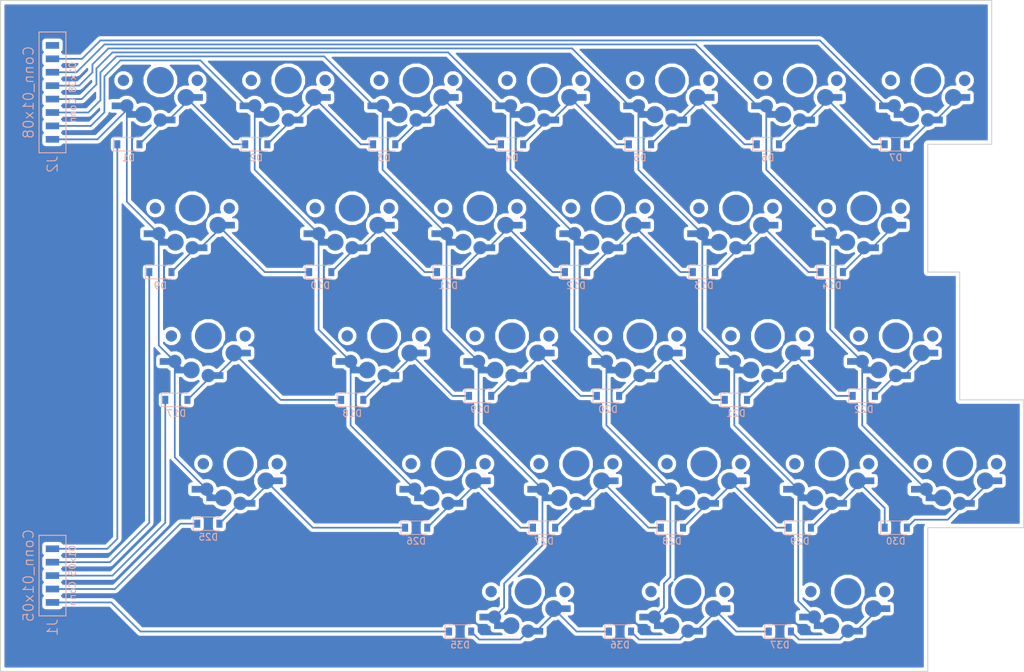
<source format=kicad_pcb>
(kicad_pcb (version 4) (host pcbnew 4.0.7)
  (layers (0 F.Cu signal hide) (31 B.Cu signal) (34 B.Paste user) (35 F.Paste user) (36 B.SilkS user) (37 F.SilkS user) (38 B.Mask user) (39 F.Mask user) (44 Edge.Cuts user))
  (net 0 "")
  (net 1 "Net-(D1-Pad2)")
  (net 2 "Net-(D2-Pad2)")
  (net 3 /col1)
  (net 4 "Net-(D3-Pad2)")
  (net 5 /col2)
  (net 6 "Net-(D4-Pad2)")
  (net 7 /col3)
  (net 8 "Net-(D5-Pad2)")
  (net 9 /col4)
  (net 10 "Net-(D6-Pad2)")
  (net 11 /col5)
  (net 12 "Net-(D7-Pad2)")
  (net 13 "Net-(D10-Pad2)")
  (net 14 "Net-(D11-Pad2)")
  (net 15 "Net-(D12-Pad2)")
  (net 16 "Net-(D13-Pad2)")
  (net 17 "Net-(D14-Pad2)")
  (net 18 "Net-(D17-Pad2)")
  (net 19 "Net-(D18-Pad2)")
  (net 20 "Net-(D19-Pad2)")
  (net 21 "Net-(D20-Pad2)")
  (net 22 "Net-(D21-Pad2)")
  (net 23 "Net-(D22-Pad2)")
  (net 24 "Net-(D25-Pad2)")
  (net 25 "Net-(D26-Pad2)")
  (net 26 "Net-(D27-Pad2)")
  (net 27 "Net-(D28-Pad2)")
  (net 28 "Net-(D29-Pad2)")
  (net 29 "Net-(D30-Pad2)")
  (net 30 "Net-(D35-Pad2)")
  (net 31 "Net-(D36-Pad2)")
  (net 32 "Net-(D10-Pad1)")
  (net 33 "Net-(D37-Pad2)")
  (net 34 /row1)
  (net 35 /row2)
  (net 36 /row3)
  (net 37 /row4)
  (net 38 /col6)
  (net 39 /row5)
  (net 40 /col7)
  (module kbo_mx_lp_3d:KeeboHR_125_MX_LP (layer B.Cu) (at 145.25752 107.15752)
    (fp_text reference SW37)
    (fp_text value SW_Push hide)
    (pad "" smd circle (at 0 0) (size 4 4) (layers B.Cu B.Mask))
    (pad "" smd circle (at -5.5 0) (size 1.7 1.7) (layers B.Cu B.Mask))
    (pad "" smd circle (at 5.5 0) (size 1.7 1.7) (layers B.Cu B.Mask))
    (pad 1 smd circle (at 3.81 2.54) (size 2.5 2.5) (layers B.Cu B.Mask) (net 33 "Net-(D37-Pad2)"))
    (pad 2 smd circle (at -2.54 5.08) (size 2.5 2.5) (layers B.Cu B.Mask) (net 11 /col5))
    (pad 1 smd rect (at 5.334 2.54) (size 2 1) (layers B.Cu B.Mask) (net 33 "Net-(D37-Pad2)"))
    (pad 2 smd rect (at -4.064 5.08) (size 2 1) (layers B.Cu B.Mask) (net 11 /col5))
    (pad 1 smd circle (at 0 5.9) (size 2 2) (layers B.Cu B.Mask) (net 33 "Net-(D37-Pad2)"))
    (pad 2 smd circle (at -5 3.8) (size 2 2) (layers B.Cu B.Mask) (net 11 /col5))
    (pad 1 smd rect (at 1.25 5.9) (size 2 1) (layers B.Cu B.Mask) (net 33 "Net-(D37-Pad2)"))
    (pad 2 smd rect (at -6.25 3.8) (size 2 1) (layers B.Cu B.Mask) (net 11 /col5))
  )
  (module kbo_mx_lp_3d:KeeboHR_100_MX_LP (layer B.Cu) (at 119.0625 30.95625)
    (fp_text reference SW5)
    (fp_text value SW_Push hide)
    (pad "" smd circle (at 0 0) (size 4 4) (layers B.Cu B.Mask))
    (pad "" smd circle (at -5.5 0) (size 1.7 1.7) (layers B.Cu B.Mask))
    (pad "" smd circle (at 5.5 0) (size 1.7 1.7) (layers B.Cu B.Mask))
    (pad 1 smd circle (at 3.81 2.54) (size 2.5 2.5) (layers B.Cu B.Mask) (net 8 "Net-(D5-Pad2)"))
    (pad 2 smd circle (at -2.54 5.08) (size 2.5 2.5) (layers B.Cu B.Mask) (net 11 /col5))
    (pad 1 smd rect (at 5.334 2.54) (size 2 1) (layers B.Cu B.Mask) (net 8 "Net-(D5-Pad2)"))
    (pad 2 smd rect (at -4.064 5.08) (size 2 1) (layers B.Cu B.Mask) (net 11 /col5))
    (pad 1 smd circle (at 0 5.9) (size 2 2) (layers B.Cu B.Mask) (net 8 "Net-(D5-Pad2)"))
    (pad 2 smd circle (at -5 3.8) (size 2 2) (layers B.Cu B.Mask) (net 11 /col5))
    (pad 1 smd rect (at 1.25 5.9) (size 2 1) (layers B.Cu B.Mask) (net 8 "Net-(D5-Pad2)"))
    (pad 2 smd rect (at -6.25 3.8) (size 2 1) (layers B.Cu B.Mask) (net 11 /col5))
  )
  (module kbo_mx_lp_3d:KeeboHR_225_MX_LP (layer B.Cu) (at 54.76875 88.10625)
    (fp_text reference SW25)
    (fp_text value SW_Push hide)
    (pad "" smd circle (at 0 0) (size 4 4) (layers B.Cu B.Mask))
    (pad "" smd circle (at -5.5 0) (size 1.7 1.7) (layers B.Cu B.Mask))
    (pad "" smd circle (at 5.5 0) (size 1.7 1.7) (layers B.Cu B.Mask))
    (pad 1 smd circle (at 3.81 2.54) (size 2.5 2.5) (layers B.Cu B.Mask) (net 24 "Net-(D25-Pad2)"))
    (pad 2 smd circle (at -2.54 5.08) (size 2.5 2.5) (layers B.Cu B.Mask) (net 3 /col1))
    (pad 1 smd rect (at 5.334 2.54) (size 2 1) (layers B.Cu B.Mask) (net 24 "Net-(D25-Pad2)"))
    (pad 2 smd rect (at -4.064 5.08) (size 2 1) (layers B.Cu B.Mask) (net 3 /col1))
    (pad 1 smd circle (at 0 5.9) (size 2 2) (layers B.Cu B.Mask) (net 24 "Net-(D25-Pad2)"))
    (pad 2 smd circle (at -5 3.8) (size 2 2) (layers B.Cu B.Mask) (net 3 /col1))
    (pad 1 smd rect (at 1.25 5.9) (size 2 1) (layers B.Cu B.Mask) (net 24 "Net-(D25-Pad2)"))
    (pad 2 smd rect (at -6.25 3.8) (size 2 1) (layers B.Cu B.Mask) (net 3 /col1))
  )
  (module Diodes_SMD:D_SOD-123 (layer B.Cu) (at 38.10127 40.48252)
    (fp_text reference D1 (at 0 2) (layer B.SilkS) (effects (justify mirror)))
    (fp_text value 1N4148)
    (pad 1 smd rect (at -1.65 0) (size 0.9 1.2) (layers B.Cu B.Paste B.Mask) (net 34 /row1))
    (pad 2 smd rect (at 1.65 0) (size 0.9 1.2) (layers B.Cu B.Paste B.Mask) (net 1 "Net-(D1-Pad2)"))
  )
  (module Diodes_SMD:D_SOD-123 (layer B.Cu) (at 57.15127 40.48252)
    (fp_text reference D2 (at 0 2) (layer B.SilkS) (effects (justify mirror)))
    (fp_text value 1N4148)
    (pad 1 smd rect (at -1.65 0) (size 0.9 1.2) (layers B.Cu B.Paste B.Mask) (net 1 "Net-(D1-Pad2)"))
    (pad 2 smd rect (at 1.65 0) (size 0.9 1.2) (layers B.Cu B.Paste B.Mask) (net 2 "Net-(D2-Pad2)"))
  )
  (module Diodes_SMD:D_SOD-123 (layer B.Cu) (at 76.20127 40.48252)
    (fp_text reference D3 (at 0 2) (layer B.SilkS) (effects (justify mirror)))
    (fp_text value 1N4148)
    (pad 1 smd rect (at -1.65 0) (size 0.9 1.2) (layers B.Cu B.Paste B.Mask) (net 2 "Net-(D2-Pad2)"))
    (pad 2 smd rect (at 1.65 0) (size 0.9 1.2) (layers B.Cu B.Paste B.Mask) (net 4 "Net-(D3-Pad2)"))
  )
  (module Diodes_SMD:D_SOD-123 (layer B.Cu) (at 95.25127 40.48252)
    (fp_text reference D4 (at 0 2) (layer B.SilkS) (effects (justify mirror)))
    (fp_text value 1N4148)
    (pad 1 smd rect (at -1.65 0) (size 0.9 1.2) (layers B.Cu B.Paste B.Mask) (net 4 "Net-(D3-Pad2)"))
    (pad 2 smd rect (at 1.65 0) (size 0.9 1.2) (layers B.Cu B.Paste B.Mask) (net 6 "Net-(D4-Pad2)"))
  )
  (module Diodes_SMD:D_SOD-123 (layer B.Cu) (at 114.30127 40.48252)
    (fp_text reference D5 (at 0 2) (layer B.SilkS) (effects (justify mirror)))
    (fp_text value 1N4148)
    (pad 1 smd rect (at -1.65 0) (size 0.9 1.2) (layers B.Cu B.Paste B.Mask) (net 6 "Net-(D4-Pad2)"))
    (pad 2 smd rect (at 1.65 0) (size 0.9 1.2) (layers B.Cu B.Paste B.Mask) (net 8 "Net-(D5-Pad2)"))
  )
  (module Diodes_SMD:D_SOD-123 (layer B.Cu) (at 133.35127 40.48252)
    (fp_text reference D6 (at 0 2) (layer B.SilkS) (effects (justify mirror)))
    (fp_text value 1N4148)
    (pad 1 smd rect (at -1.65 0) (size 0.9 1.2) (layers B.Cu B.Paste B.Mask) (net 8 "Net-(D5-Pad2)"))
    (pad 2 smd rect (at 1.65 0) (size 0.9 1.2) (layers B.Cu B.Paste B.Mask) (net 10 "Net-(D6-Pad2)"))
  )
  (module Diodes_SMD:D_SOD-123 (layer B.Cu) (at 152.40127 40.48252)
    (fp_text reference D7 (at 0 2) (layer B.SilkS) (effects (justify mirror)))
    (fp_text value 1N4148)
    (pad 1 smd rect (at -1.65 0) (size 0.9 1.2) (layers B.Cu B.Paste B.Mask) (net 10 "Net-(D6-Pad2)"))
    (pad 2 smd rect (at 1.65 0) (size 0.9 1.2) (layers B.Cu B.Paste B.Mask) (net 12 "Net-(D7-Pad2)"))
  )
  (module Diodes_SMD:D_SOD-123 (layer B.Cu) (at 42.86377 59.53252)
    (fp_text reference D9 (at 0 2) (layer B.SilkS) (effects (justify mirror)))
    (fp_text value 1N4148)
    (pad 1 smd rect (at -1.65 0) (size 0.9 1.2) (layers B.Cu B.Paste B.Mask) (net 35 /row2))
    (pad 2 smd rect (at 1.65 0) (size 0.9 1.2) (layers B.Cu B.Paste B.Mask) (net 32 "Net-(D10-Pad1)"))
  )
  (module Diodes_SMD:D_SOD-123 (layer B.Cu) (at 66.67627 59.53252)
    (fp_text reference D10 (at 0 2) (layer B.SilkS) (effects (justify mirror)))
    (fp_text value 1N4148)
    (pad 1 smd rect (at -1.65 0) (size 0.9 1.2) (layers B.Cu B.Paste B.Mask) (net 32 "Net-(D10-Pad1)"))
    (pad 2 smd rect (at 1.65 0) (size 0.9 1.2) (layers B.Cu B.Paste B.Mask) (net 13 "Net-(D10-Pad2)"))
  )
  (module Diodes_SMD:D_SOD-123 (layer B.Cu) (at 85.72627 59.53252)
    (fp_text reference D11 (at 0 2) (layer B.SilkS) (effects (justify mirror)))
    (fp_text value 1N4148)
    (pad 1 smd rect (at -1.65 0) (size 0.9 1.2) (layers B.Cu B.Paste B.Mask) (net 13 "Net-(D10-Pad2)"))
    (pad 2 smd rect (at 1.65 0) (size 0.9 1.2) (layers B.Cu B.Paste B.Mask) (net 14 "Net-(D11-Pad2)"))
  )
  (module Diodes_SMD:D_SOD-123 (layer B.Cu) (at 104.77627 59.53252)
    (fp_text reference D12 (at 0 2) (layer B.SilkS) (effects (justify mirror)))
    (fp_text value 1N4148)
    (pad 1 smd rect (at -1.65 0) (size 0.9 1.2) (layers B.Cu B.Paste B.Mask) (net 14 "Net-(D11-Pad2)"))
    (pad 2 smd rect (at 1.65 0) (size 0.9 1.2) (layers B.Cu B.Paste B.Mask) (net 15 "Net-(D12-Pad2)"))
  )
  (module Diodes_SMD:D_SOD-123 (layer B.Cu) (at 123.82627 59.53252)
    (fp_text reference D13 (at 0 2) (layer B.SilkS) (effects (justify mirror)))
    (fp_text value 1N4148)
    (pad 1 smd rect (at -1.65 0) (size 0.9 1.2) (layers B.Cu B.Paste B.Mask) (net 15 "Net-(D12-Pad2)"))
    (pad 2 smd rect (at 1.65 0) (size 0.9 1.2) (layers B.Cu B.Paste B.Mask) (net 16 "Net-(D13-Pad2)"))
  )
  (module Diodes_SMD:D_SOD-123 (layer B.Cu) (at 142.87627 59.53252)
    (fp_text reference D14 (at 0 2) (layer B.SilkS) (effects (justify mirror)))
    (fp_text value 1N4148)
    (pad 1 smd rect (at -1.65 0) (size 0.9 1.2) (layers B.Cu B.Paste B.Mask) (net 16 "Net-(D13-Pad2)"))
    (pad 2 smd rect (at 1.65 0) (size 0.9 1.2) (layers B.Cu B.Paste B.Mask) (net 17 "Net-(D14-Pad2)"))
  )
  (module Diodes_SMD:D_SOD-123 (layer B.Cu) (at 45.24502 78.58252)
    (fp_text reference D17 (at 0 2) (layer B.SilkS) (effects (justify mirror)))
    (fp_text value 1N4148)
    (pad 1 smd rect (at -1.65 0) (size 0.9 1.2) (layers B.Cu B.Paste B.Mask) (net 36 /row3))
    (pad 2 smd rect (at 1.65 0) (size 0.9 1.2) (layers B.Cu B.Paste B.Mask) (net 18 "Net-(D17-Pad2)"))
  )
  (module Diodes_SMD:D_SOD-123 (layer B.Cu) (at 71.43877 78.58252)
    (fp_text reference D18 (at 0 2) (layer B.SilkS) (effects (justify mirror)))
    (fp_text value 1N4148)
    (pad 1 smd rect (at -1.65 0) (size 0.9 1.2) (layers B.Cu B.Paste B.Mask) (net 18 "Net-(D17-Pad2)"))
    (pad 2 smd rect (at 1.65 0) (size 0.9 1.2) (layers B.Cu B.Paste B.Mask) (net 19 "Net-(D18-Pad2)"))
  )
  (module Diodes_SMD:D_SOD-123 (layer B.Cu) (at 90.48877 77.987208)
    (fp_text reference D19 (at 0 2) (layer B.SilkS) (effects (justify mirror)))
    (fp_text value 1N4148)
    (pad 1 smd rect (at -1.65 0) (size 0.9 1.2) (layers B.Cu B.Paste B.Mask) (net 19 "Net-(D18-Pad2)"))
    (pad 2 smd rect (at 1.65 0) (size 0.9 1.2) (layers B.Cu B.Paste B.Mask) (net 20 "Net-(D19-Pad2)"))
  )
  (module Diodes_SMD:D_SOD-123 (layer B.Cu) (at 109.53877 77.987208)
    (fp_text reference D20 (at 0 2) (layer B.SilkS) (effects (justify mirror)))
    (fp_text value 1N4148)
    (pad 1 smd rect (at -1.65 0) (size 0.9 1.2) (layers B.Cu B.Paste B.Mask) (net 20 "Net-(D19-Pad2)"))
    (pad 2 smd rect (at 1.65 0) (size 0.9 1.2) (layers B.Cu B.Paste B.Mask) (net 21 "Net-(D20-Pad2)"))
  )
  (module Diodes_SMD:D_SOD-123 (layer B.Cu) (at 128.58877 78.58252)
    (fp_text reference D21 (at 0 2) (layer B.SilkS) (effects (justify mirror)))
    (fp_text value 1N4148)
    (pad 1 smd rect (at -1.65 0) (size 0.9 1.2) (layers B.Cu B.Paste B.Mask) (net 21 "Net-(D20-Pad2)"))
    (pad 2 smd rect (at 1.65 0) (size 0.9 1.2) (layers B.Cu B.Paste B.Mask) (net 22 "Net-(D21-Pad2)"))
  )
  (module Diodes_SMD:D_SOD-123 (layer B.Cu) (at 147.63877 77.987208)
    (fp_text reference D22 (at 0 2) (layer B.SilkS) (effects (justify mirror)))
    (fp_text value 1N4148)
    (pad 1 smd rect (at -1.65 0) (size 0.9 1.2) (layers B.Cu B.Paste B.Mask) (net 22 "Net-(D21-Pad2)"))
    (pad 2 smd rect (at 1.65 0) (size 0.9 1.2) (layers B.Cu B.Paste B.Mask) (net 23 "Net-(D22-Pad2)"))
  )
  (module Diodes_SMD:D_SOD-123 (layer B.Cu) (at 50.00752 97.037208)
    (fp_text reference D25 (at 0 2) (layer B.SilkS) (effects (justify mirror)))
    (fp_text value 1N4148)
    (pad 1 smd rect (at -1.65 0) (size 0.9 1.2) (layers B.Cu B.Paste B.Mask) (net 37 /row4))
    (pad 2 smd rect (at 1.65 0) (size 0.9 1.2) (layers B.Cu B.Paste B.Mask) (net 24 "Net-(D25-Pad2)"))
  )
  (module Diodes_SMD:D_SOD-123 (layer B.Cu) (at 80.96377 97.63252)
    (fp_text reference D26 (at 0 2) (layer B.SilkS) (effects (justify mirror)))
    (fp_text value 1N4148)
    (pad 1 smd rect (at -1.65 0) (size 0.9 1.2) (layers B.Cu B.Paste B.Mask) (net 24 "Net-(D25-Pad2)"))
    (pad 2 smd rect (at 1.65 0) (size 0.9 1.2) (layers B.Cu B.Paste B.Mask) (net 25 "Net-(D26-Pad2)"))
  )
  (module Diodes_SMD:D_SOD-123 (layer B.Cu) (at 100.01377 97.63252)
    (fp_text reference D27 (at 0 2) (layer B.SilkS) (effects (justify mirror)))
    (fp_text value 1N4148)
    (pad 1 smd rect (at -1.65 0) (size 0.9 1.2) (layers B.Cu B.Paste B.Mask) (net 25 "Net-(D26-Pad2)"))
    (pad 2 smd rect (at 1.65 0) (size 0.9 1.2) (layers B.Cu B.Paste B.Mask) (net 26 "Net-(D27-Pad2)"))
  )
  (module Diodes_SMD:D_SOD-123 (layer B.Cu) (at 119.06377 97.63252)
    (fp_text reference D28 (at 0 2) (layer B.SilkS) (effects (justify mirror)))
    (fp_text value 1N4148)
    (pad 1 smd rect (at -1.65 0) (size 0.9 1.2) (layers B.Cu B.Paste B.Mask) (net 26 "Net-(D27-Pad2)"))
    (pad 2 smd rect (at 1.65 0) (size 0.9 1.2) (layers B.Cu B.Paste B.Mask) (net 27 "Net-(D28-Pad2)"))
  )
  (module Diodes_SMD:D_SOD-123 (layer B.Cu) (at 138.11377 97.63252)
    (fp_text reference D29 (at 0 2) (layer B.SilkS) (effects (justify mirror)))
    (fp_text value 1N4148)
    (pad 1 smd rect (at -1.65 0) (size 0.9 1.2) (layers B.Cu B.Paste B.Mask) (net 27 "Net-(D28-Pad2)"))
    (pad 2 smd rect (at 1.65 0) (size 0.9 1.2) (layers B.Cu B.Paste B.Mask) (net 28 "Net-(D29-Pad2)"))
  )
  (module Diodes_SMD:D_SOD-123 (layer B.Cu) (at 152.40127 97.63252)
    (fp_text reference D30 (at 0 2) (layer B.SilkS) (effects (justify mirror)))
    (fp_text value 1N4148)
    (pad 1 smd rect (at -1.65 0) (size 0.9 1.2) (layers B.Cu B.Paste B.Mask) (net 28 "Net-(D29-Pad2)"))
    (pad 2 smd rect (at 1.65 0) (size 0.9 1.2) (layers B.Cu B.Paste B.Mask) (net 29 "Net-(D30-Pad2)"))
  )
  (module Diodes_SMD:D_SOD-123 (layer B.Cu) (at 87.512208 113.110645)
    (fp_text reference D35 (at 0 2) (layer B.SilkS) (effects (justify mirror)))
    (fp_text value 1N4148)
    (pad 1 smd rect (at -1.65 0) (size 0.9 1.2) (layers B.Cu B.Paste B.Mask) (net 39 /row5))
    (pad 2 smd rect (at 1.65 0) (size 0.9 1.2) (layers B.Cu B.Paste B.Mask) (net 30 "Net-(D35-Pad2)"))
  )
  (module Diodes_SMD:D_SOD-123 (layer B.Cu) (at 111.324708 113.110645)
    (fp_text reference D36 (at 0 2) (layer B.SilkS) (effects (justify mirror)))
    (fp_text value 1N4148)
    (pad 1 smd rect (at -1.65 0) (size 0.9 1.2) (layers B.Cu B.Paste B.Mask) (net 30 "Net-(D35-Pad2)"))
    (pad 2 smd rect (at 1.65 0) (size 0.9 1.2) (layers B.Cu B.Paste B.Mask) (net 31 "Net-(D36-Pad2)"))
  )
  (module Diodes_SMD:D_SOD-123 (layer B.Cu) (at 135.137208 113.110645)
    (fp_text reference D37 (at 0 2) (layer B.SilkS) (effects (justify mirror)))
    (fp_text value 1N4148)
    (pad 1 smd rect (at -1.65 0) (size 0.9 1.2) (layers B.Cu B.Paste B.Mask) (net 31 "Net-(D36-Pad2)"))
    (pad 2 smd rect (at 1.65 0) (size 0.9 1.2) (layers B.Cu B.Paste B.Mask) (net 33 "Net-(D37-Pad2)"))
  )
  (module kbo_pads:2mm_Pads_01x05 (layer B.Cu) (at 26.790333 104.77627 270)
    (fp_text reference J1 (at 7.739063 0 270) (layer B.SilkS) (effects (justify mirror)))
    (fp_text value Conn_01x05 (at 0 3.571875 270) (layer B.SilkS) (effects (justify mirror)))
    (fp_text user "01x05 Conn" (at 0 -2.976562 270) (layer B.SilkS) (effects (justify mirror)))
    (pad 1 smd rect (at -4 0 270) (size 1 2) (layers B.Cu B.Mask) (net 34 /row1))
    (pad 2 smd rect (at -2 0 270) (size 1 2) (layers B.Cu B.Mask) (net 35 /row2))
    (pad 3 smd rect (at 0 0 270) (size 1 2) (layers B.Cu B.Mask) (net 36 /row3))
    (pad 4 smd rect (at 2 0 270) (size 1 2) (layers B.Cu B.Mask) (net 37 /row4))
    (pad 5 smd rect (at 4 0 270) (size 1 2) (layers B.Cu B.Mask) (net 39 /row5))
  )
  (module kbo_pads:2mm_Pads_01x08 (layer B.Cu) (at 26.790333 32.743458 90)
    (fp_text reference J2 (at -10.715625 0 90) (layer B.SilkS) (effects (justify mirror)))
    (fp_text value Conn_01x08 (at 0 -3.571875 90) (layer B.SilkS) (effects (justify mirror)))
    (fp_text user "01x08 Conn" (at 0 3 90) (layer B.SilkS) (effects (justify mirror)))
    (pad 1 smd rect (at -7 0 90) (size 1 2) (layers B.Cu B.Mask) (net 3 /col1))
    (pad 2 smd rect (at -5 0 90) (size 1 2) (layers B.Cu B.Mask) (net 5 /col2))
    (pad 3 smd rect (at -3 0 90) (size 1 2) (layers B.Cu B.Mask) (net 7 /col3))
    (pad 4 smd rect (at -1 0 90) (size 1 2) (layers B.Cu B.Mask) (net 9 /col4))
    (pad 5 smd rect (at 1 0 90) (size 1 2) (layers B.Cu B.Mask) (net 11 /col5))
    (pad 6 smd rect (at 3 0 90) (size 1 2) (layers B.Cu B.Mask) (net 38 /col6))
    (pad 7 smd rect (at 5 0 90) (size 1 2) (layers B.Cu B.Mask) (net 40 /col7))
    (pad 8 smd rect (at 7 0 90) (size 1 2) (layers B.Cu B.Mask))
  )
  (module kbo_mx_lp_3d:KeeboHR_100_MX_LP (layer B.Cu) (at 42.8625 30.95625)
    (fp_text reference SW1)
    (fp_text value SW_Push hide)
    (pad "" smd circle (at 0 0) (size 4 4) (layers B.Cu B.Mask))
    (pad "" smd circle (at -5.5 0) (size 1.7 1.7) (layers B.Cu B.Mask))
    (pad "" smd circle (at 5.5 0) (size 1.7 1.7) (layers B.Cu B.Mask))
    (pad 1 smd circle (at 3.81 2.54) (size 2.5 2.5) (layers B.Cu B.Mask) (net 1 "Net-(D1-Pad2)"))
    (pad 2 smd circle (at -2.54 5.08) (size 2.5 2.5) (layers B.Cu B.Mask) (net 3 /col1))
    (pad 1 smd rect (at 5.334 2.54) (size 2 1) (layers B.Cu B.Mask) (net 1 "Net-(D1-Pad2)"))
    (pad 2 smd rect (at -4.064 5.08) (size 2 1) (layers B.Cu B.Mask) (net 3 /col1))
    (pad 1 smd circle (at 0 5.9) (size 2 2) (layers B.Cu B.Mask) (net 1 "Net-(D1-Pad2)"))
    (pad 2 smd circle (at -5 3.8) (size 2 2) (layers B.Cu B.Mask) (net 3 /col1))
    (pad 1 smd rect (at 1.25 5.9) (size 2 1) (layers B.Cu B.Mask) (net 1 "Net-(D1-Pad2)"))
    (pad 2 smd rect (at -6.25 3.8) (size 2 1) (layers B.Cu B.Mask) (net 3 /col1))
  )
  (module kbo_mx_lp_3d:KeeboHR_100_MX_LP (layer B.Cu) (at 61.9125 30.95625)
    (fp_text reference SW2)
    (fp_text value SW_Push hide)
    (pad "" smd circle (at 0 0) (size 4 4) (layers B.Cu B.Mask))
    (pad "" smd circle (at -5.5 0) (size 1.7 1.7) (layers B.Cu B.Mask))
    (pad "" smd circle (at 5.5 0) (size 1.7 1.7) (layers B.Cu B.Mask))
    (pad 1 smd circle (at 3.81 2.54) (size 2.5 2.5) (layers B.Cu B.Mask) (net 2 "Net-(D2-Pad2)"))
    (pad 2 smd circle (at -2.54 5.08) (size 2.5 2.5) (layers B.Cu B.Mask) (net 5 /col2))
    (pad 1 smd rect (at 5.334 2.54) (size 2 1) (layers B.Cu B.Mask) (net 2 "Net-(D2-Pad2)"))
    (pad 2 smd rect (at -4.064 5.08) (size 2 1) (layers B.Cu B.Mask) (net 5 /col2))
    (pad 1 smd circle (at 0 5.9) (size 2 2) (layers B.Cu B.Mask) (net 2 "Net-(D2-Pad2)"))
    (pad 2 smd circle (at -5 3.8) (size 2 2) (layers B.Cu B.Mask) (net 5 /col2))
    (pad 1 smd rect (at 1.25 5.9) (size 2 1) (layers B.Cu B.Mask) (net 2 "Net-(D2-Pad2)"))
    (pad 2 smd rect (at -6.25 3.8) (size 2 1) (layers B.Cu B.Mask) (net 5 /col2))
  )
  (module kbo_mx_lp_3d:KeeboHR_100_MX_LP (layer B.Cu) (at 80.9625 30.95625)
    (fp_text reference SW3)
    (fp_text value SW_Push hide)
    (pad "" smd circle (at 0 0) (size 4 4) (layers B.Cu B.Mask))
    (pad "" smd circle (at -5.5 0) (size 1.7 1.7) (layers B.Cu B.Mask))
    (pad "" smd circle (at 5.5 0) (size 1.7 1.7) (layers B.Cu B.Mask))
    (pad 1 smd circle (at 3.81 2.54) (size 2.5 2.5) (layers B.Cu B.Mask) (net 4 "Net-(D3-Pad2)"))
    (pad 2 smd circle (at -2.54 5.08) (size 2.5 2.5) (layers B.Cu B.Mask) (net 7 /col3))
    (pad 1 smd rect (at 5.334 2.54) (size 2 1) (layers B.Cu B.Mask) (net 4 "Net-(D3-Pad2)"))
    (pad 2 smd rect (at -4.064 5.08) (size 2 1) (layers B.Cu B.Mask) (net 7 /col3))
    (pad 1 smd circle (at 0 5.9) (size 2 2) (layers B.Cu B.Mask) (net 4 "Net-(D3-Pad2)"))
    (pad 2 smd circle (at -5 3.8) (size 2 2) (layers B.Cu B.Mask) (net 7 /col3))
    (pad 1 smd rect (at 1.25 5.9) (size 2 1) (layers B.Cu B.Mask) (net 4 "Net-(D3-Pad2)"))
    (pad 2 smd rect (at -6.25 3.8) (size 2 1) (layers B.Cu B.Mask) (net 7 /col3))
  )
  (module kbo_mx_lp_3d:KeeboHR_100_MX_LP (layer B.Cu) (at 100.0125 30.95625)
    (fp_text reference SW4)
    (fp_text value SW_Push hide)
    (pad "" smd circle (at 0 0) (size 4 4) (layers B.Cu B.Mask))
    (pad "" smd circle (at -5.5 0) (size 1.7 1.7) (layers B.Cu B.Mask))
    (pad "" smd circle (at 5.5 0) (size 1.7 1.7) (layers B.Cu B.Mask))
    (pad 1 smd circle (at 3.81 2.54) (size 2.5 2.5) (layers B.Cu B.Mask) (net 6 "Net-(D4-Pad2)"))
    (pad 2 smd circle (at -2.54 5.08) (size 2.5 2.5) (layers B.Cu B.Mask) (net 9 /col4))
    (pad 1 smd rect (at 5.334 2.54) (size 2 1) (layers B.Cu B.Mask) (net 6 "Net-(D4-Pad2)"))
    (pad 2 smd rect (at -4.064 5.08) (size 2 1) (layers B.Cu B.Mask) (net 9 /col4))
    (pad 1 smd circle (at 0 5.9) (size 2 2) (layers B.Cu B.Mask) (net 6 "Net-(D4-Pad2)"))
    (pad 2 smd circle (at -5 3.8) (size 2 2) (layers B.Cu B.Mask) (net 9 /col4))
    (pad 1 smd rect (at 1.25 5.9) (size 2 1) (layers B.Cu B.Mask) (net 6 "Net-(D4-Pad2)"))
    (pad 2 smd rect (at -6.25 3.8) (size 2 1) (layers B.Cu B.Mask) (net 9 /col4))
  )
  (module kbo_mx_lp_3d:KeeboHR_100_MX_LP (layer B.Cu) (at 138.1125 30.95625)
    (fp_text reference SW6)
    (fp_text value SW_Push hide)
    (pad "" smd circle (at 0 0) (size 4 4) (layers B.Cu B.Mask))
    (pad "" smd circle (at -5.5 0) (size 1.7 1.7) (layers B.Cu B.Mask))
    (pad "" smd circle (at 5.5 0) (size 1.7 1.7) (layers B.Cu B.Mask))
    (pad 1 smd circle (at 3.81 2.54) (size 2.5 2.5) (layers B.Cu B.Mask) (net 10 "Net-(D6-Pad2)"))
    (pad 2 smd circle (at -2.54 5.08) (size 2.5 2.5) (layers B.Cu B.Mask) (net 38 /col6))
    (pad 1 smd rect (at 5.334 2.54) (size 2 1) (layers B.Cu B.Mask) (net 10 "Net-(D6-Pad2)"))
    (pad 2 smd rect (at -4.064 5.08) (size 2 1) (layers B.Cu B.Mask) (net 38 /col6))
    (pad 1 smd circle (at 0 5.9) (size 2 2) (layers B.Cu B.Mask) (net 10 "Net-(D6-Pad2)"))
    (pad 2 smd circle (at -5 3.8) (size 2 2) (layers B.Cu B.Mask) (net 38 /col6))
    (pad 1 smd rect (at 1.25 5.9) (size 2 1) (layers B.Cu B.Mask) (net 10 "Net-(D6-Pad2)"))
    (pad 2 smd rect (at -6.25 3.8) (size 2 1) (layers B.Cu B.Mask) (net 38 /col6))
  )
  (module kbo_mx_lp_3d:KeeboHR_100_MX_LP (layer B.Cu) (at 157.1625 30.95625)
    (fp_text reference SW7)
    (fp_text value SW_Push hide)
    (pad "" smd circle (at 0 0) (size 4 4) (layers B.Cu B.Mask))
    (pad "" smd circle (at -5.5 0) (size 1.7 1.7) (layers B.Cu B.Mask))
    (pad "" smd circle (at 5.5 0) (size 1.7 1.7) (layers B.Cu B.Mask))
    (pad 1 smd circle (at 3.81 2.54) (size 2.5 2.5) (layers B.Cu B.Mask) (net 12 "Net-(D7-Pad2)"))
    (pad 2 smd circle (at -2.54 5.08) (size 2.5 2.5) (layers B.Cu B.Mask) (net 40 /col7))
    (pad 1 smd rect (at 5.334 2.54) (size 2 1) (layers B.Cu B.Mask) (net 12 "Net-(D7-Pad2)"))
    (pad 2 smd rect (at -4.064 5.08) (size 2 1) (layers B.Cu B.Mask) (net 40 /col7))
    (pad 1 smd circle (at 0 5.9) (size 2 2) (layers B.Cu B.Mask) (net 12 "Net-(D7-Pad2)"))
    (pad 2 smd circle (at -5 3.8) (size 2 2) (layers B.Cu B.Mask) (net 40 /col7))
    (pad 1 smd rect (at 1.25 5.9) (size 2 1) (layers B.Cu B.Mask) (net 12 "Net-(D7-Pad2)"))
    (pad 2 smd rect (at -6.25 3.8) (size 2 1) (layers B.Cu B.Mask) (net 40 /col7))
  )
  (module kbo_mx_lp_3d:KeeboHR_150_MX_LP (layer B.Cu) (at 47.625 50.00625)
    (fp_text reference SW9)
    (fp_text value SW_Push hide)
    (pad "" smd circle (at 0 0) (size 4 4) (layers B.Cu B.Mask))
    (pad "" smd circle (at -5.5 0) (size 1.7 1.7) (layers B.Cu B.Mask))
    (pad "" smd circle (at 5.5 0) (size 1.7 1.7) (layers B.Cu B.Mask))
    (pad 1 smd circle (at 3.81 2.54) (size 2.5 2.5) (layers B.Cu B.Mask) (net 32 "Net-(D10-Pad1)"))
    (pad 2 smd circle (at -2.54 5.08) (size 2.5 2.5) (layers B.Cu B.Mask) (net 3 /col1))
    (pad 1 smd rect (at 5.334 2.54) (size 2 1) (layers B.Cu B.Mask) (net 32 "Net-(D10-Pad1)"))
    (pad 2 smd rect (at -4.064 5.08) (size 2 1) (layers B.Cu B.Mask) (net 3 /col1))
    (pad 1 smd circle (at 0 5.9) (size 2 2) (layers B.Cu B.Mask) (net 32 "Net-(D10-Pad1)"))
    (pad 2 smd circle (at -5 3.8) (size 2 2) (layers B.Cu B.Mask) (net 3 /col1))
    (pad 1 smd rect (at 1.25 5.9) (size 2 1) (layers B.Cu B.Mask) (net 32 "Net-(D10-Pad1)"))
    (pad 2 smd rect (at -6.25 3.8) (size 2 1) (layers B.Cu B.Mask) (net 3 /col1))
  )
  (module kbo_mx_lp_3d:KeeboHR_100_MX_LP (layer B.Cu) (at 71.4375 50.00625)
    (fp_text reference SW10)
    (fp_text value SW_Push hide)
    (pad "" smd circle (at 0 0) (size 4 4) (layers B.Cu B.Mask))
    (pad "" smd circle (at -5.5 0) (size 1.7 1.7) (layers B.Cu B.Mask))
    (pad "" smd circle (at 5.5 0) (size 1.7 1.7) (layers B.Cu B.Mask))
    (pad 1 smd circle (at 3.81 2.54) (size 2.5 2.5) (layers B.Cu B.Mask) (net 13 "Net-(D10-Pad2)"))
    (pad 2 smd circle (at -2.54 5.08) (size 2.5 2.5) (layers B.Cu B.Mask) (net 5 /col2))
    (pad 1 smd rect (at 5.334 2.54) (size 2 1) (layers B.Cu B.Mask) (net 13 "Net-(D10-Pad2)"))
    (pad 2 smd rect (at -4.064 5.08) (size 2 1) (layers B.Cu B.Mask) (net 5 /col2))
    (pad 1 smd circle (at 0 5.9) (size 2 2) (layers B.Cu B.Mask) (net 13 "Net-(D10-Pad2)"))
    (pad 2 smd circle (at -5 3.8) (size 2 2) (layers B.Cu B.Mask) (net 5 /col2))
    (pad 1 smd rect (at 1.25 5.9) (size 2 1) (layers B.Cu B.Mask) (net 13 "Net-(D10-Pad2)"))
    (pad 2 smd rect (at -6.25 3.8) (size 2 1) (layers B.Cu B.Mask) (net 5 /col2))
  )
  (module kbo_mx_lp_3d:KeeboHR_100_MX_LP (layer B.Cu) (at 90.4875 50.00625)
    (fp_text reference SW11)
    (fp_text value SW_Push hide)
    (pad "" smd circle (at 0 0) (size 4 4) (layers B.Cu B.Mask))
    (pad "" smd circle (at -5.5 0) (size 1.7 1.7) (layers B.Cu B.Mask))
    (pad "" smd circle (at 5.5 0) (size 1.7 1.7) (layers B.Cu B.Mask))
    (pad 1 smd circle (at 3.81 2.54) (size 2.5 2.5) (layers B.Cu B.Mask) (net 14 "Net-(D11-Pad2)"))
    (pad 2 smd circle (at -2.54 5.08) (size 2.5 2.5) (layers B.Cu B.Mask) (net 7 /col3))
    (pad 1 smd rect (at 5.334 2.54) (size 2 1) (layers B.Cu B.Mask) (net 14 "Net-(D11-Pad2)"))
    (pad 2 smd rect (at -4.064 5.08) (size 2 1) (layers B.Cu B.Mask) (net 7 /col3))
    (pad 1 smd circle (at 0 5.9) (size 2 2) (layers B.Cu B.Mask) (net 14 "Net-(D11-Pad2)"))
    (pad 2 smd circle (at -5 3.8) (size 2 2) (layers B.Cu B.Mask) (net 7 /col3))
    (pad 1 smd rect (at 1.25 5.9) (size 2 1) (layers B.Cu B.Mask) (net 14 "Net-(D11-Pad2)"))
    (pad 2 smd rect (at -6.25 3.8) (size 2 1) (layers B.Cu B.Mask) (net 7 /col3))
  )
  (module kbo_mx_lp_3d:KeeboHR_100_MX_LP (layer B.Cu) (at 109.5375 50.00625)
    (fp_text reference SW12)
    (fp_text value SW_Push hide)
    (pad "" smd circle (at 0 0) (size 4 4) (layers B.Cu B.Mask))
    (pad "" smd circle (at -5.5 0) (size 1.7 1.7) (layers B.Cu B.Mask))
    (pad "" smd circle (at 5.5 0) (size 1.7 1.7) (layers B.Cu B.Mask))
    (pad 1 smd circle (at 3.81 2.54) (size 2.5 2.5) (layers B.Cu B.Mask) (net 15 "Net-(D12-Pad2)"))
    (pad 2 smd circle (at -2.54 5.08) (size 2.5 2.5) (layers B.Cu B.Mask) (net 9 /col4))
    (pad 1 smd rect (at 5.334 2.54) (size 2 1) (layers B.Cu B.Mask) (net 15 "Net-(D12-Pad2)"))
    (pad 2 smd rect (at -4.064 5.08) (size 2 1) (layers B.Cu B.Mask) (net 9 /col4))
    (pad 1 smd circle (at 0 5.9) (size 2 2) (layers B.Cu B.Mask) (net 15 "Net-(D12-Pad2)"))
    (pad 2 smd circle (at -5 3.8) (size 2 2) (layers B.Cu B.Mask) (net 9 /col4))
    (pad 1 smd rect (at 1.25 5.9) (size 2 1) (layers B.Cu B.Mask) (net 15 "Net-(D12-Pad2)"))
    (pad 2 smd rect (at -6.25 3.8) (size 2 1) (layers B.Cu B.Mask) (net 9 /col4))
  )
  (module kbo_mx_lp_3d:KeeboHR_100_MX_LP (layer B.Cu) (at 128.5875 50.00625)
    (fp_text reference SW13)
    (fp_text value SW_Push hide)
    (pad "" smd circle (at 0 0) (size 4 4) (layers B.Cu B.Mask))
    (pad "" smd circle (at -5.5 0) (size 1.7 1.7) (layers B.Cu B.Mask))
    (pad "" smd circle (at 5.5 0) (size 1.7 1.7) (layers B.Cu B.Mask))
    (pad 1 smd circle (at 3.81 2.54) (size 2.5 2.5) (layers B.Cu B.Mask) (net 16 "Net-(D13-Pad2)"))
    (pad 2 smd circle (at -2.54 5.08) (size 2.5 2.5) (layers B.Cu B.Mask) (net 11 /col5))
    (pad 1 smd rect (at 5.334 2.54) (size 2 1) (layers B.Cu B.Mask) (net 16 "Net-(D13-Pad2)"))
    (pad 2 smd rect (at -4.064 5.08) (size 2 1) (layers B.Cu B.Mask) (net 11 /col5))
    (pad 1 smd circle (at 0 5.9) (size 2 2) (layers B.Cu B.Mask) (net 16 "Net-(D13-Pad2)"))
    (pad 2 smd circle (at -5 3.8) (size 2 2) (layers B.Cu B.Mask) (net 11 /col5))
    (pad 1 smd rect (at 1.25 5.9) (size 2 1) (layers B.Cu B.Mask) (net 16 "Net-(D13-Pad2)"))
    (pad 2 smd rect (at -6.25 3.8) (size 2 1) (layers B.Cu B.Mask) (net 11 /col5))
  )
  (module kbo_mx_lp_3d:KeeboHR_100_MX_LP (layer B.Cu) (at 147.6375 50.00625)
    (fp_text reference SW14)
    (fp_text value SW_Push hide)
    (pad "" smd circle (at 0 0) (size 4 4) (layers B.Cu B.Mask))
    (pad "" smd circle (at -5.5 0) (size 1.7 1.7) (layers B.Cu B.Mask))
    (pad "" smd circle (at 5.5 0) (size 1.7 1.7) (layers B.Cu B.Mask))
    (pad 1 smd circle (at 3.81 2.54) (size 2.5 2.5) (layers B.Cu B.Mask) (net 17 "Net-(D14-Pad2)"))
    (pad 2 smd circle (at -2.54 5.08) (size 2.5 2.5) (layers B.Cu B.Mask) (net 38 /col6))
    (pad 1 smd rect (at 5.334 2.54) (size 2 1) (layers B.Cu B.Mask) (net 17 "Net-(D14-Pad2)"))
    (pad 2 smd rect (at -4.064 5.08) (size 2 1) (layers B.Cu B.Mask) (net 38 /col6))
    (pad 1 smd circle (at 0 5.9) (size 2 2) (layers B.Cu B.Mask) (net 17 "Net-(D14-Pad2)"))
    (pad 2 smd circle (at -5 3.8) (size 2 2) (layers B.Cu B.Mask) (net 38 /col6))
    (pad 1 smd rect (at 1.25 5.9) (size 2 1) (layers B.Cu B.Mask) (net 17 "Net-(D14-Pad2)"))
    (pad 2 smd rect (at -6.25 3.8) (size 2 1) (layers B.Cu B.Mask) (net 38 /col6))
  )
  (module kbo_mx_lp_3d:KeeboHR_175_MX_LP (layer B.Cu) (at 50.00625 69.05625)
    (fp_text reference SW17)
    (fp_text value SW_Push hide)
    (pad "" smd circle (at 0 0) (size 4 4) (layers B.Cu B.Mask))
    (pad "" smd circle (at -5.5 0) (size 1.7 1.7) (layers B.Cu B.Mask))
    (pad "" smd circle (at 5.5 0) (size 1.7 1.7) (layers B.Cu B.Mask))
    (pad 1 smd circle (at 3.81 2.54) (size 2.5 2.5) (layers B.Cu B.Mask) (net 18 "Net-(D17-Pad2)"))
    (pad 2 smd circle (at -2.54 5.08) (size 2.5 2.5) (layers B.Cu B.Mask) (net 3 /col1))
    (pad 1 smd rect (at 5.334 2.54) (size 2 1) (layers B.Cu B.Mask) (net 18 "Net-(D17-Pad2)"))
    (pad 2 smd rect (at -4.064 5.08) (size 2 1) (layers B.Cu B.Mask) (net 3 /col1))
    (pad 1 smd circle (at 0 5.9) (size 2 2) (layers B.Cu B.Mask) (net 18 "Net-(D17-Pad2)"))
    (pad 2 smd circle (at -5 3.8) (size 2 2) (layers B.Cu B.Mask) (net 3 /col1))
    (pad 1 smd rect (at 1.25 5.9) (size 2 1) (layers B.Cu B.Mask) (net 18 "Net-(D17-Pad2)"))
    (pad 2 smd rect (at -6.25 3.8) (size 2 1) (layers B.Cu B.Mask) (net 3 /col1))
  )
  (module kbo_mx_lp_3d:KeeboHR_100_MX_LP (layer B.Cu) (at 76.2 69.05625)
    (fp_text reference SW18)
    (fp_text value SW_Push hide)
    (pad "" smd circle (at 0 0) (size 4 4) (layers B.Cu B.Mask))
    (pad "" smd circle (at -5.5 0) (size 1.7 1.7) (layers B.Cu B.Mask))
    (pad "" smd circle (at 5.5 0) (size 1.7 1.7) (layers B.Cu B.Mask))
    (pad 1 smd circle (at 3.81 2.54) (size 2.5 2.5) (layers B.Cu B.Mask) (net 19 "Net-(D18-Pad2)"))
    (pad 2 smd circle (at -2.54 5.08) (size 2.5 2.5) (layers B.Cu B.Mask) (net 5 /col2))
    (pad 1 smd rect (at 5.334 2.54) (size 2 1) (layers B.Cu B.Mask) (net 19 "Net-(D18-Pad2)"))
    (pad 2 smd rect (at -4.064 5.08) (size 2 1) (layers B.Cu B.Mask) (net 5 /col2))
    (pad 1 smd circle (at 0 5.9) (size 2 2) (layers B.Cu B.Mask) (net 19 "Net-(D18-Pad2)"))
    (pad 2 smd circle (at -5 3.8) (size 2 2) (layers B.Cu B.Mask) (net 5 /col2))
    (pad 1 smd rect (at 1.25 5.9) (size 2 1) (layers B.Cu B.Mask) (net 19 "Net-(D18-Pad2)"))
    (pad 2 smd rect (at -6.25 3.8) (size 2 1) (layers B.Cu B.Mask) (net 5 /col2))
  )
  (module kbo_mx_lp_3d:KeeboHR_100_MX_LP (layer B.Cu) (at 95.25 69.05625)
    (fp_text reference SW19)
    (fp_text value SW_Push hide)
    (pad "" smd circle (at 0 0) (size 4 4) (layers B.Cu B.Mask))
    (pad "" smd circle (at -5.5 0) (size 1.7 1.7) (layers B.Cu B.Mask))
    (pad "" smd circle (at 5.5 0) (size 1.7 1.7) (layers B.Cu B.Mask))
    (pad 1 smd circle (at 3.81 2.54) (size 2.5 2.5) (layers B.Cu B.Mask) (net 20 "Net-(D19-Pad2)"))
    (pad 2 smd circle (at -2.54 5.08) (size 2.5 2.5) (layers B.Cu B.Mask) (net 7 /col3))
    (pad 1 smd rect (at 5.334 2.54) (size 2 1) (layers B.Cu B.Mask) (net 20 "Net-(D19-Pad2)"))
    (pad 2 smd rect (at -4.064 5.08) (size 2 1) (layers B.Cu B.Mask) (net 7 /col3))
    (pad 1 smd circle (at 0 5.9) (size 2 2) (layers B.Cu B.Mask) (net 20 "Net-(D19-Pad2)"))
    (pad 2 smd circle (at -5 3.8) (size 2 2) (layers B.Cu B.Mask) (net 7 /col3))
    (pad 1 smd rect (at 1.25 5.9) (size 2 1) (layers B.Cu B.Mask) (net 20 "Net-(D19-Pad2)"))
    (pad 2 smd rect (at -6.25 3.8) (size 2 1) (layers B.Cu B.Mask) (net 7 /col3))
  )
  (module kbo_mx_lp_3d:KeeboHR_100_MX_LP (layer B.Cu) (at 114.3 69.05625)
    (fp_text reference SW20)
    (fp_text value SW_Push hide)
    (pad "" smd circle (at 0 0) (size 4 4) (layers B.Cu B.Mask))
    (pad "" smd circle (at -5.5 0) (size 1.7 1.7) (layers B.Cu B.Mask))
    (pad "" smd circle (at 5.5 0) (size 1.7 1.7) (layers B.Cu B.Mask))
    (pad 1 smd circle (at 3.81 2.54) (size 2.5 2.5) (layers B.Cu B.Mask) (net 21 "Net-(D20-Pad2)"))
    (pad 2 smd circle (at -2.54 5.08) (size 2.5 2.5) (layers B.Cu B.Mask) (net 9 /col4))
    (pad 1 smd rect (at 5.334 2.54) (size 2 1) (layers B.Cu B.Mask) (net 21 "Net-(D20-Pad2)"))
    (pad 2 smd rect (at -4.064 5.08) (size 2 1) (layers B.Cu B.Mask) (net 9 /col4))
    (pad 1 smd circle (at 0 5.9) (size 2 2) (layers B.Cu B.Mask) (net 21 "Net-(D20-Pad2)"))
    (pad 2 smd circle (at -5 3.8) (size 2 2) (layers B.Cu B.Mask) (net 9 /col4))
    (pad 1 smd rect (at 1.25 5.9) (size 2 1) (layers B.Cu B.Mask) (net 21 "Net-(D20-Pad2)"))
    (pad 2 smd rect (at -6.25 3.8) (size 2 1) (layers B.Cu B.Mask) (net 9 /col4))
  )
  (module kbo_mx_lp_3d:KeeboHR_100_MX_LP (layer B.Cu) (at 133.35 69.05625)
    (fp_text reference SW21)
    (fp_text value SW_Push hide)
    (pad "" smd circle (at 0 0) (size 4 4) (layers B.Cu B.Mask))
    (pad "" smd circle (at -5.5 0) (size 1.7 1.7) (layers B.Cu B.Mask))
    (pad "" smd circle (at 5.5 0) (size 1.7 1.7) (layers B.Cu B.Mask))
    (pad 1 smd circle (at 3.81 2.54) (size 2.5 2.5) (layers B.Cu B.Mask) (net 22 "Net-(D21-Pad2)"))
    (pad 2 smd circle (at -2.54 5.08) (size 2.5 2.5) (layers B.Cu B.Mask) (net 11 /col5))
    (pad 1 smd rect (at 5.334 2.54) (size 2 1) (layers B.Cu B.Mask) (net 22 "Net-(D21-Pad2)"))
    (pad 2 smd rect (at -4.064 5.08) (size 2 1) (layers B.Cu B.Mask) (net 11 /col5))
    (pad 1 smd circle (at 0 5.9) (size 2 2) (layers B.Cu B.Mask) (net 22 "Net-(D21-Pad2)"))
    (pad 2 smd circle (at -5 3.8) (size 2 2) (layers B.Cu B.Mask) (net 11 /col5))
    (pad 1 smd rect (at 1.25 5.9) (size 2 1) (layers B.Cu B.Mask) (net 22 "Net-(D21-Pad2)"))
    (pad 2 smd rect (at -6.25 3.8) (size 2 1) (layers B.Cu B.Mask) (net 11 /col5))
  )
  (module kbo_mx_lp_3d:KeeboHR_100_MX_LP (layer B.Cu) (at 152.4 69.05625)
    (fp_text reference SW22)
    (fp_text value SW_Push hide)
    (pad "" smd circle (at 0 0) (size 4 4) (layers B.Cu B.Mask))
    (pad "" smd circle (at -5.5 0) (size 1.7 1.7) (layers B.Cu B.Mask))
    (pad "" smd circle (at 5.5 0) (size 1.7 1.7) (layers B.Cu B.Mask))
    (pad 1 smd circle (at 3.81 2.54) (size 2.5 2.5) (layers B.Cu B.Mask) (net 23 "Net-(D22-Pad2)"))
    (pad 2 smd circle (at -2.54 5.08) (size 2.5 2.5) (layers B.Cu B.Mask) (net 38 /col6))
    (pad 1 smd rect (at 5.334 2.54) (size 2 1) (layers B.Cu B.Mask) (net 23 "Net-(D22-Pad2)"))
    (pad 2 smd rect (at -4.064 5.08) (size 2 1) (layers B.Cu B.Mask) (net 38 /col6))
    (pad 1 smd circle (at 0 5.9) (size 2 2) (layers B.Cu B.Mask) (net 23 "Net-(D22-Pad2)"))
    (pad 2 smd circle (at -5 3.8) (size 2 2) (layers B.Cu B.Mask) (net 38 /col6))
    (pad 1 smd rect (at 1.25 5.9) (size 2 1) (layers B.Cu B.Mask) (net 23 "Net-(D22-Pad2)"))
    (pad 2 smd rect (at -6.25 3.8) (size 2 1) (layers B.Cu B.Mask) (net 38 /col6))
  )
  (module kbo_mx_lp_3d:KeeboHR_100_MX_LP (layer B.Cu) (at 85.725 88.10625)
    (fp_text reference SW26)
    (fp_text value SW_Push hide)
    (pad "" smd circle (at 0 0) (size 4 4) (layers B.Cu B.Mask))
    (pad "" smd circle (at -5.5 0) (size 1.7 1.7) (layers B.Cu B.Mask))
    (pad "" smd circle (at 5.5 0) (size 1.7 1.7) (layers B.Cu B.Mask))
    (pad 1 smd circle (at 3.81 2.54) (size 2.5 2.5) (layers B.Cu B.Mask) (net 25 "Net-(D26-Pad2)"))
    (pad 2 smd circle (at -2.54 5.08) (size 2.5 2.5) (layers B.Cu B.Mask) (net 5 /col2))
    (pad 1 smd rect (at 5.334 2.54) (size 2 1) (layers B.Cu B.Mask) (net 25 "Net-(D26-Pad2)"))
    (pad 2 smd rect (at -4.064 5.08) (size 2 1) (layers B.Cu B.Mask) (net 5 /col2))
    (pad 1 smd circle (at 0 5.9) (size 2 2) (layers B.Cu B.Mask) (net 25 "Net-(D26-Pad2)"))
    (pad 2 smd circle (at -5 3.8) (size 2 2) (layers B.Cu B.Mask) (net 5 /col2))
    (pad 1 smd rect (at 1.25 5.9) (size 2 1) (layers B.Cu B.Mask) (net 25 "Net-(D26-Pad2)"))
    (pad 2 smd rect (at -6.25 3.8) (size 2 1) (layers B.Cu B.Mask) (net 5 /col2))
  )
  (module kbo_mx_lp_3d:KeeboHR_100_MX_LP (layer B.Cu) (at 104.775 88.10625)
    (fp_text reference SW27)
    (fp_text value SW_Push hide)
    (pad "" smd circle (at 0 0) (size 4 4) (layers B.Cu B.Mask))
    (pad "" smd circle (at -5.5 0) (size 1.7 1.7) (layers B.Cu B.Mask))
    (pad "" smd circle (at 5.5 0) (size 1.7 1.7) (layers B.Cu B.Mask))
    (pad 1 smd circle (at 3.81 2.54) (size 2.5 2.5) (layers B.Cu B.Mask) (net 26 "Net-(D27-Pad2)"))
    (pad 2 smd circle (at -2.54 5.08) (size 2.5 2.5) (layers B.Cu B.Mask) (net 7 /col3))
    (pad 1 smd rect (at 5.334 2.54) (size 2 1) (layers B.Cu B.Mask) (net 26 "Net-(D27-Pad2)"))
    (pad 2 smd rect (at -4.064 5.08) (size 2 1) (layers B.Cu B.Mask) (net 7 /col3))
    (pad 1 smd circle (at 0 5.9) (size 2 2) (layers B.Cu B.Mask) (net 26 "Net-(D27-Pad2)"))
    (pad 2 smd circle (at -5 3.8) (size 2 2) (layers B.Cu B.Mask) (net 7 /col3))
    (pad 1 smd rect (at 1.25 5.9) (size 2 1) (layers B.Cu B.Mask) (net 26 "Net-(D27-Pad2)"))
    (pad 2 smd rect (at -6.25 3.8) (size 2 1) (layers B.Cu B.Mask) (net 7 /col3))
  )
  (module kbo_mx_lp_3d:KeeboHR_100_MX_LP (layer B.Cu) (at 123.825 88.10625)
    (fp_text reference SW28)
    (fp_text value SW_Push hide)
    (pad "" smd circle (at 0 0) (size 4 4) (layers B.Cu B.Mask))
    (pad "" smd circle (at -5.5 0) (size 1.7 1.7) (layers B.Cu B.Mask))
    (pad "" smd circle (at 5.5 0) (size 1.7 1.7) (layers B.Cu B.Mask))
    (pad 1 smd circle (at 3.81 2.54) (size 2.5 2.5) (layers B.Cu B.Mask) (net 27 "Net-(D28-Pad2)"))
    (pad 2 smd circle (at -2.54 5.08) (size 2.5 2.5) (layers B.Cu B.Mask) (net 9 /col4))
    (pad 1 smd rect (at 5.334 2.54) (size 2 1) (layers B.Cu B.Mask) (net 27 "Net-(D28-Pad2)"))
    (pad 2 smd rect (at -4.064 5.08) (size 2 1) (layers B.Cu B.Mask) (net 9 /col4))
    (pad 1 smd circle (at 0 5.9) (size 2 2) (layers B.Cu B.Mask) (net 27 "Net-(D28-Pad2)"))
    (pad 2 smd circle (at -5 3.8) (size 2 2) (layers B.Cu B.Mask) (net 9 /col4))
    (pad 1 smd rect (at 1.25 5.9) (size 2 1) (layers B.Cu B.Mask) (net 27 "Net-(D28-Pad2)"))
    (pad 2 smd rect (at -6.25 3.8) (size 2 1) (layers B.Cu B.Mask) (net 9 /col4))
  )
  (module kbo_mx_lp_3d:KeeboHR_100_MX_LP (layer B.Cu) (at 142.875 88.10625)
    (fp_text reference SW29)
    (fp_text value SW_Push hide)
    (pad "" smd circle (at 0 0) (size 4 4) (layers B.Cu B.Mask))
    (pad "" smd circle (at -5.5 0) (size 1.7 1.7) (layers B.Cu B.Mask))
    (pad "" smd circle (at 5.5 0) (size 1.7 1.7) (layers B.Cu B.Mask))
    (pad 1 smd circle (at 3.81 2.54) (size 2.5 2.5) (layers B.Cu B.Mask) (net 28 "Net-(D29-Pad2)"))
    (pad 2 smd circle (at -2.54 5.08) (size 2.5 2.5) (layers B.Cu B.Mask) (net 11 /col5))
    (pad 1 smd rect (at 5.334 2.54) (size 2 1) (layers B.Cu B.Mask) (net 28 "Net-(D29-Pad2)"))
    (pad 2 smd rect (at -4.064 5.08) (size 2 1) (layers B.Cu B.Mask) (net 11 /col5))
    (pad 1 smd circle (at 0 5.9) (size 2 2) (layers B.Cu B.Mask) (net 28 "Net-(D29-Pad2)"))
    (pad 2 smd circle (at -5 3.8) (size 2 2) (layers B.Cu B.Mask) (net 11 /col5))
    (pad 1 smd rect (at 1.25 5.9) (size 2 1) (layers B.Cu B.Mask) (net 28 "Net-(D29-Pad2)"))
    (pad 2 smd rect (at -6.25 3.8) (size 2 1) (layers B.Cu B.Mask) (net 11 /col5))
  )
  (module kbo_mx_lp_3d:KeeboHR_100_MX_LP (layer B.Cu) (at 161.925 88.10625)
    (fp_text reference SW30)
    (fp_text value SW_Push hide)
    (pad "" smd circle (at 0 0) (size 4 4) (layers B.Cu B.Mask))
    (pad "" smd circle (at -5.5 0) (size 1.7 1.7) (layers B.Cu B.Mask))
    (pad "" smd circle (at 5.5 0) (size 1.7 1.7) (layers B.Cu B.Mask))
    (pad 1 smd circle (at 3.81 2.54) (size 2.5 2.5) (layers B.Cu B.Mask) (net 29 "Net-(D30-Pad2)"))
    (pad 2 smd circle (at -2.54 5.08) (size 2.5 2.5) (layers B.Cu B.Mask) (net 38 /col6))
    (pad 1 smd rect (at 5.334 2.54) (size 2 1) (layers B.Cu B.Mask) (net 29 "Net-(D30-Pad2)"))
    (pad 2 smd rect (at -4.064 5.08) (size 2 1) (layers B.Cu B.Mask) (net 38 /col6))
    (pad 1 smd circle (at 0 5.9) (size 2 2) (layers B.Cu B.Mask) (net 29 "Net-(D30-Pad2)"))
    (pad 2 smd circle (at -5 3.8) (size 2 2) (layers B.Cu B.Mask) (net 38 /col6))
    (pad 1 smd rect (at 1.25 5.9) (size 2 1) (layers B.Cu B.Mask) (net 29 "Net-(D30-Pad2)"))
    (pad 2 smd rect (at -6.25 3.8) (size 2 1) (layers B.Cu B.Mask) (net 38 /col6))
  )
  (module kbo_mx_lp_3d:KeeboHR_125_MX_LP (layer B.Cu) (at 97.63252 107.15752)
    (fp_text reference SW35)
    (fp_text value SW_Push hide)
    (pad "" smd circle (at 0 0) (size 4 4) (layers B.Cu B.Mask))
    (pad "" smd circle (at -5.5 0) (size 1.7 1.7) (layers B.Cu B.Mask))
    (pad "" smd circle (at 5.5 0) (size 1.7 1.7) (layers B.Cu B.Mask))
    (pad 1 smd circle (at 3.81 2.54) (size 2.5 2.5) (layers B.Cu B.Mask) (net 30 "Net-(D35-Pad2)"))
    (pad 2 smd circle (at -2.54 5.08) (size 2.5 2.5) (layers B.Cu B.Mask) (net 7 /col3))
    (pad 1 smd rect (at 5.334 2.54) (size 2 1) (layers B.Cu B.Mask) (net 30 "Net-(D35-Pad2)"))
    (pad 2 smd rect (at -4.064 5.08) (size 2 1) (layers B.Cu B.Mask) (net 7 /col3))
    (pad 1 smd circle (at 0 5.9) (size 2 2) (layers B.Cu B.Mask) (net 30 "Net-(D35-Pad2)"))
    (pad 2 smd circle (at -5 3.8) (size 2 2) (layers B.Cu B.Mask) (net 7 /col3))
    (pad 1 smd rect (at 1.25 5.9) (size 2 1) (layers B.Cu B.Mask) (net 30 "Net-(D35-Pad2)"))
    (pad 2 smd rect (at -6.25 3.8) (size 2 1) (layers B.Cu B.Mask) (net 7 /col3))
  )
  (module kbo_mx_lp_3d:KeeboHR_125_MX_LP (layer B.Cu) (at 121.44502 107.15752)
    (fp_text reference SW36)
    (fp_text value SW_Push hide)
    (pad "" smd circle (at 0 0) (size 4 4) (layers B.Cu B.Mask))
    (pad "" smd circle (at -5.5 0) (size 1.7 1.7) (layers B.Cu B.Mask))
    (pad "" smd circle (at 5.5 0) (size 1.7 1.7) (layers B.Cu B.Mask))
    (pad 1 smd circle (at 3.81 2.54) (size 2.5 2.5) (layers B.Cu B.Mask) (net 31 "Net-(D36-Pad2)"))
    (pad 2 smd circle (at -2.54 5.08) (size 2.5 2.5) (layers B.Cu B.Mask) (net 9 /col4))
    (pad 1 smd rect (at 5.334 2.54) (size 2 1) (layers B.Cu B.Mask) (net 31 "Net-(D36-Pad2)"))
    (pad 2 smd rect (at -4.064 5.08) (size 2 1) (layers B.Cu B.Mask) (net 9 /col4))
    (pad 1 smd circle (at 0 5.9) (size 2 2) (layers B.Cu B.Mask) (net 31 "Net-(D36-Pad2)"))
    (pad 2 smd circle (at -5 3.8) (size 2 2) (layers B.Cu B.Mask) (net 9 /col4))
    (pad 1 smd rect (at 1.25 5.9) (size 2 1) (layers B.Cu B.Mask) (net 31 "Net-(D36-Pad2)"))
    (pad 2 smd rect (at -6.25 3.8) (size 2 1) (layers B.Cu B.Mask) (net 9 /col4))
  )
  (gr_line (start 19.05 19.05) (end 166.6875 19.05) (angle 90) (layer Edge.Cuts) (width 0.15))
  (gr_line (start 19.05 119.0625) (end 19.05 19.05) (angle 90) (layer Edge.Cuts) (width 0.15))
  (gr_line (start 157.1625 119.0625) (end 19.05 119.0625) (angle 90) (layer Edge.Cuts) (width 0.15))
  (gr_line (start 157.1625 97.63125) (end 157.1625 119.0625) (angle 90) (layer Edge.Cuts) (width 0.15))
  (gr_line (start 166.6875 40.48125) (end 166.6875 19.05) (angle 90) (layer Edge.Cuts) (width 0.15))
  (gr_line (start 171.45 97.63125) (end 157.1625 97.63125) (angle 90) (layer Edge.Cuts) (width 0.15))
  (gr_line (start 171.45 78.58125) (end 171.45 97.63125) (angle 90) (layer Edge.Cuts) (width 0.15))
  (gr_line (start 161.925 78.58125) (end 171.45 78.58125) (angle 90) (layer Edge.Cuts) (width 0.15))
  (gr_line (start 161.925 59.53125) (end 161.925 78.58125) (angle 90) (layer Edge.Cuts) (width 0.15))
  (gr_line (start 157.1625 59.53125) (end 161.925 59.53125) (angle 90) (layer Edge.Cuts) (width 0.15))
  (gr_line (start 157.1625 40.48125) (end 157.1625 59.53125) (angle 90) (layer Edge.Cuts) (width 0.15))
  (gr_line (start 166.6875 40.48125) (end 157.1625 40.48125) (angle 90) (layer Edge.Cuts) (width 0.15))
  (segment (start 42.8625 36.85625) (end 42.8625 37.37129) (width 0.25) (layer B.Cu) (net 1))
  (segment (start 42.8625 37.37129) (end 39.75127 40.48252) (width 0.25) (layer B.Cu) (net 1))
  (segment (start 55.50127 40.48252) (end 53.65877 40.48252) (width 0.25) (layer B.Cu) (net 1))
  (segment (start 53.65877 40.48252) (end 46.6725 33.49625) (width 0.25) (layer B.Cu) (net 1))
  (segment (start 42.8625 36.85625) (end 44.1125 36.85625) (width 0.25) (layer B.Cu) (net 1))
  (segment (start 44.1125 36.85625) (end 46.6725 34.29625) (width 0.25) (layer B.Cu) (net 1))
  (segment (start 46.6725 34.29625) (end 46.6725 33.49625) (width 0.25) (layer B.Cu) (net 1))
  (segment (start 46.6725 33.49625) (end 48.1965 33.49625) (width 0.25) (layer B.Cu) (net 1))
  (segment (start 46.6725 33.49625) (end 48.1965 33.49625) (width 0.25) (layer B.Cu) (net 1))
  (segment (start 61.9125 36.85625) (end 61.9125 37.37129) (width 0.25) (layer B.Cu) (net 2))
  (segment (start 61.9125 37.37129) (end 58.80127 40.48252) (width 0.25) (layer B.Cu) (net 2))
  (segment (start 74.55127 40.48252) (end 72.70877 40.48252) (width 0.25) (layer B.Cu) (net 2))
  (segment (start 72.70877 40.48252) (end 65.7225 33.49625) (width 0.25) (layer B.Cu) (net 2))
  (segment (start 61.9125 36.85625) (end 63.1625 36.85625) (width 0.25) (layer B.Cu) (net 2))
  (segment (start 63.1625 36.85625) (end 65.7225 34.29625) (width 0.25) (layer B.Cu) (net 2))
  (segment (start 65.7225 34.29625) (end 65.7225 33.49625) (width 0.25) (layer B.Cu) (net 2))
  (segment (start 65.7225 33.49625) (end 67.2465 33.49625) (width 0.25) (layer B.Cu) (net 2))
  (segment (start 37.8625 34.75625) (end 37.8625 35.363478) (width 0.25) (layer B.Cu) (net 3))
  (segment (start 37.8625 35.363478) (end 33.48252 39.743458) (width 0.25) (layer B.Cu) (net 3))
  (segment (start 33.48252 39.743458) (end 26.790333 39.743458) (width 0.25) (layer B.Cu) (net 3))
  (segment (start 45.00625 72.85625) (end 45.00625 87.14375) (width 0.25) (layer B.Cu) (net 3))
  (segment (start 45.00625 87.14375) (end 49.76875 91.90625) (width 0.25) (layer B.Cu) (net 3))
  (segment (start 42.625 53.80625) (end 42.625 70.475) (width 0.25) (layer B.Cu) (net 3))
  (segment (start 42.625 70.475) (end 45.00625 72.85625) (width 0.25) (layer B.Cu) (net 3))
  (segment (start 37.8625 34.75625) (end 37.8625 49.04375) (width 0.25) (layer B.Cu) (net 3))
  (segment (start 37.8625 49.04375) (end 42.625 53.80625) (width 0.25) (layer B.Cu) (net 3))
  (segment (start 48.51875 91.90625) (end 49.76875 91.90625) (width 0.25) (layer B.Cu) (net 3))
  (segment (start 49.76875 91.90625) (end 51.04875 93.18625) (width 0.25) (layer B.Cu) (net 3))
  (segment (start 51.04875 93.18625) (end 52.22875 93.18625) (width 0.25) (layer B.Cu) (net 3))
  (segment (start 43.75625 72.85625) (end 45.00625 72.85625) (width 0.25) (layer B.Cu) (net 3))
  (segment (start 45.00625 72.85625) (end 46.28625 74.13625) (width 0.25) (layer B.Cu) (net 3))
  (segment (start 46.28625 74.13625) (end 47.46625 74.13625) (width 0.25) (layer B.Cu) (net 3))
  (segment (start 41.375 53.80625) (end 42.625 53.80625) (width 0.25) (layer B.Cu) (net 3))
  (segment (start 42.625 53.80625) (end 43.905 55.08625) (width 0.25) (layer B.Cu) (net 3))
  (segment (start 43.905 55.08625) (end 45.085 55.08625) (width 0.25) (layer B.Cu) (net 3))
  (segment (start 36.6125 34.75625) (end 37.8625 34.75625) (width 0.25) (layer B.Cu) (net 3))
  (segment (start 37.8625 34.75625) (end 39.1425 36.03625) (width 0.25) (layer B.Cu) (net 3))
  (segment (start 39.1425 36.03625) (end 40.3225 36.03625) (width 0.25) (layer B.Cu) (net 3))
  (segment (start 80.9625 36.85625) (end 80.9625 37.37129) (width 0.25) (layer B.Cu) (net 4))
  (segment (start 80.9625 37.37129) (end 77.85127 40.48252) (width 0.25) (layer B.Cu) (net 4))
  (segment (start 93.60127 40.48252) (end 91.75877 40.48252) (width 0.25) (layer B.Cu) (net 4))
  (segment (start 91.75877 40.48252) (end 84.7725 33.49625) (width 0.25) (layer B.Cu) (net 4))
  (segment (start 80.9625 36.85625) (end 82.2125 36.85625) (width 0.25) (layer B.Cu) (net 4))
  (segment (start 82.2125 36.85625) (end 84.7725 34.29625) (width 0.25) (layer B.Cu) (net 4))
  (segment (start 84.7725 34.29625) (end 84.7725 33.49625) (width 0.25) (layer B.Cu) (net 4))
  (segment (start 84.7725 33.49625) (end 86.2965 33.49625) (width 0.25) (layer B.Cu) (net 4))
  (segment (start 56.9125 34.75625) (end 55.592187 34.75625) (width 0.25) (layer B.Cu) (net 5))
  (segment (start 55.592187 34.75625) (end 48.816895 27.980958) (width 0.25) (layer B.Cu) (net 5))
  (segment (start 32.505957 37.743458) (end 26.790333 37.743458) (width 0.25) (layer B.Cu) (net 5))
  (segment (start 34.529395 35.72002) (end 32.505957 37.743458) (width 0.25) (layer B.Cu) (net 5))
  (segment (start 34.529395 30.362208) (end 34.529395 35.72002) (width 0.25) (layer B.Cu) (net 5))
  (segment (start 36.910645 27.980958) (end 34.529395 30.362208) (width 0.25) (layer B.Cu) (net 5))
  (segment (start 48.816895 27.980958) (end 36.910645 27.980958) (width 0.25) (layer B.Cu) (net 5))
  (segment (start 71.2 72.85625) (end 71.2 82.38125) (width 0.25) (layer B.Cu) (net 5))
  (segment (start 71.2 82.38125) (end 80.725 91.90625) (width 0.25) (layer B.Cu) (net 5))
  (segment (start 66.4375 53.80625) (end 66.4375 68.09375) (width 0.25) (layer B.Cu) (net 5))
  (segment (start 66.4375 68.09375) (end 71.2 72.85625) (width 0.25) (layer B.Cu) (net 5))
  (segment (start 56.9125 34.75625) (end 56.9125 44.28125) (width 0.25) (layer B.Cu) (net 5))
  (segment (start 56.9125 44.28125) (end 66.4375 53.80625) (width 0.25) (layer B.Cu) (net 5))
  (segment (start 79.475 91.90625) (end 80.725 91.90625) (width 0.25) (layer B.Cu) (net 5))
  (segment (start 80.725 91.90625) (end 82.005 93.18625) (width 0.25) (layer B.Cu) (net 5))
  (segment (start 82.005 93.18625) (end 83.185 93.18625) (width 0.25) (layer B.Cu) (net 5))
  (segment (start 69.95 72.85625) (end 71.2 72.85625) (width 0.25) (layer B.Cu) (net 5))
  (segment (start 71.2 72.85625) (end 72.48 74.13625) (width 0.25) (layer B.Cu) (net 5))
  (segment (start 72.48 74.13625) (end 73.66 74.13625) (width 0.25) (layer B.Cu) (net 5))
  (segment (start 65.1875 53.80625) (end 66.4375 53.80625) (width 0.25) (layer B.Cu) (net 5))
  (segment (start 66.4375 53.80625) (end 67.7175 55.08625) (width 0.25) (layer B.Cu) (net 5))
  (segment (start 67.7175 55.08625) (end 68.8975 55.08625) (width 0.25) (layer B.Cu) (net 5))
  (segment (start 55.6625 34.75625) (end 56.9125 34.75625) (width 0.25) (layer B.Cu) (net 5))
  (segment (start 56.9125 34.75625) (end 58.1925 36.03625) (width 0.25) (layer B.Cu) (net 5))
  (segment (start 58.1925 36.03625) (end 59.3725 36.03625) (width 0.25) (layer B.Cu) (net 5))
  (segment (start 100.0125 36.85625) (end 100.0125 37.37129) (width 0.25) (layer B.Cu) (net 6))
  (segment (start 100.0125 37.37129) (end 96.90127 40.48252) (width 0.25) (layer B.Cu) (net 6))
  (segment (start 112.65127 40.48252) (end 110.80877 40.48252) (width 0.25) (layer B.Cu) (net 6))
  (segment (start 110.80877 40.48252) (end 103.8225 33.49625) (width 0.25) (layer B.Cu) (net 6))
  (segment (start 100.0125 36.85625) (end 101.2625 36.85625) (width 0.25) (layer B.Cu) (net 6))
  (segment (start 101.2625 36.85625) (end 103.8225 34.29625) (width 0.25) (layer B.Cu) (net 6))
  (segment (start 103.8225 34.29625) (end 103.8225 33.49625) (width 0.25) (layer B.Cu) (net 6))
  (segment (start 103.8225 33.49625) (end 105.3465 33.49625) (width 0.25) (layer B.Cu) (net 6))
  (segment (start 33.934083 29.766895) (end 33.934083 33.934083) (width 0.25) (layer B.Cu) (net 7))
  (segment (start 32.124708 35.743458) (end 26.790333 35.743458) (width 0.25) (layer B.Cu) (net 7))
  (segment (start 33.934083 33.934083) (end 32.124708 35.743458) (width 0.25) (layer B.Cu) (net 7))
  (segment (start 75.9625 34.75625) (end 74.642187 34.75625) (width 0.25) (layer B.Cu) (net 7))
  (segment (start 74.642187 34.75625) (end 67.271582 27.385645) (width 0.25) (layer B.Cu) (net 7))
  (segment (start 36.315333 27.385645) (end 33.934083 29.766895) (width 0.25) (layer B.Cu) (net 7))
  (segment (start 67.271582 27.385645) (end 36.315333 27.385645) (width 0.25) (layer B.Cu) (net 7))
  (segment (start 99.775 91.90625) (end 99.775 100.25254) (width 0.25) (layer B.Cu) (net 7))
  (segment (start 94.060645 109.529395) (end 92.63252 110.95752) (width 0.25) (layer B.Cu) (net 7))
  (segment (start 94.060645 105.966895) (end 94.060645 109.529395) (width 0.25) (layer B.Cu) (net 7))
  (segment (start 99.775 100.25254) (end 94.060645 105.966895) (width 0.25) (layer B.Cu) (net 7))
  (segment (start 90.25 72.85625) (end 90.25 82.38125) (width 0.25) (layer B.Cu) (net 7))
  (segment (start 90.25 82.38125) (end 99.775 91.90625) (width 0.25) (layer B.Cu) (net 7))
  (segment (start 85.4875 53.80625) (end 85.4875 68.09375) (width 0.25) (layer B.Cu) (net 7))
  (segment (start 85.4875 68.09375) (end 90.25 72.85625) (width 0.25) (layer B.Cu) (net 7))
  (segment (start 75.9625 34.75625) (end 75.9625 44.28125) (width 0.25) (layer B.Cu) (net 7))
  (segment (start 75.9625 44.28125) (end 85.4875 53.80625) (width 0.25) (layer B.Cu) (net 7))
  (segment (start 91.38252 110.95752) (end 92.63252 110.95752) (width 0.25) (layer B.Cu) (net 7))
  (segment (start 92.63252 110.95752) (end 93.91252 112.23752) (width 0.25) (layer B.Cu) (net 7))
  (segment (start 93.91252 112.23752) (end 95.09252 112.23752) (width 0.25) (layer B.Cu) (net 7))
  (segment (start 98.525 91.90625) (end 99.775 91.90625) (width 0.25) (layer B.Cu) (net 7))
  (segment (start 99.775 91.90625) (end 101.055 93.18625) (width 0.25) (layer B.Cu) (net 7))
  (segment (start 101.055 93.18625) (end 102.235 93.18625) (width 0.25) (layer B.Cu) (net 7))
  (segment (start 89 72.85625) (end 90.25 72.85625) (width 0.25) (layer B.Cu) (net 7))
  (segment (start 90.25 72.85625) (end 91.53 74.13625) (width 0.25) (layer B.Cu) (net 7))
  (segment (start 91.53 74.13625) (end 92.71 74.13625) (width 0.25) (layer B.Cu) (net 7))
  (segment (start 84.2375 53.80625) (end 85.4875 53.80625) (width 0.25) (layer B.Cu) (net 7))
  (segment (start 85.4875 53.80625) (end 86.7675 55.08625) (width 0.25) (layer B.Cu) (net 7))
  (segment (start 86.7675 55.08625) (end 87.9475 55.08625) (width 0.25) (layer B.Cu) (net 7))
  (segment (start 74.7125 34.75625) (end 75.9625 34.75625) (width 0.25) (layer B.Cu) (net 7))
  (segment (start 75.9625 34.75625) (end 77.2425 36.03625) (width 0.25) (layer B.Cu) (net 7))
  (segment (start 77.2425 36.03625) (end 78.4225 36.03625) (width 0.25) (layer B.Cu) (net 7))
  (segment (start 119.0625 36.85625) (end 119.0625 37.37129) (width 0.25) (layer B.Cu) (net 8))
  (segment (start 119.0625 37.37129) (end 115.95127 40.48252) (width 0.25) (layer B.Cu) (net 8))
  (segment (start 131.70127 40.48252) (end 129.85877 40.48252) (width 0.25) (layer B.Cu) (net 8))
  (segment (start 129.85877 40.48252) (end 122.8725 33.49625) (width 0.25) (layer B.Cu) (net 8))
  (segment (start 122.8725 33.49625) (end 124.3965 33.49625) (width 0.25) (layer B.Cu) (net 8))
  (segment (start 119.0625 36.85625) (end 120.3125 36.85625) (width 0.25) (layer B.Cu) (net 8))
  (segment (start 120.3125 36.85625) (end 122.8725 34.29625) (width 0.25) (layer B.Cu) (net 8))
  (segment (start 122.8725 34.29625) (end 122.8725 33.49625) (width 0.25) (layer B.Cu) (net 8))
  (segment (start 33.33877 29.171583) (end 33.33877 31.552833) (width 0.25) (layer B.Cu) (net 9))
  (segment (start 31.148145 33.743458) (end 26.790333 33.743458) (width 0.25) (layer B.Cu) (net 9))
  (segment (start 33.33877 31.552833) (end 31.148145 33.743458) (width 0.25) (layer B.Cu) (net 9))
  (segment (start 85.72627 26.790333) (end 35.72002 26.790333) (width 0.25) (layer B.Cu) (net 9))
  (segment (start 35.72002 26.790333) (end 33.33877 29.171583) (width 0.25) (layer B.Cu) (net 9))
  (segment (start 93.692187 34.75625) (end 85.72627 26.790333) (width 0.25) (layer B.Cu) (net 9))
  (segment (start 95.0125 34.75625) (end 93.692187 34.75625) (width 0.25) (layer B.Cu) (net 9))
  (segment (start 118.825 91.90625) (end 118.825 105.01504) (width 0.25) (layer B.Cu) (net 9))
  (segment (start 117.873145 109.529395) (end 116.44502 110.95752) (width 0.25) (layer B.Cu) (net 9))
  (segment (start 117.873145 105.966895) (end 117.873145 109.529395) (width 0.25) (layer B.Cu) (net 9))
  (segment (start 118.825 105.01504) (end 117.873145 105.966895) (width 0.25) (layer B.Cu) (net 9))
  (segment (start 109.3 72.85625) (end 109.3 82.38125) (width 0.25) (layer B.Cu) (net 9))
  (segment (start 109.3 82.38125) (end 118.825 91.90625) (width 0.25) (layer B.Cu) (net 9))
  (segment (start 104.5375 53.80625) (end 104.5375 68.09375) (width 0.25) (layer B.Cu) (net 9))
  (segment (start 104.5375 68.09375) (end 109.3 72.85625) (width 0.25) (layer B.Cu) (net 9))
  (segment (start 95.0125 34.75625) (end 95.0125 44.28125) (width 0.25) (layer B.Cu) (net 9))
  (segment (start 95.0125 44.28125) (end 104.5375 53.80625) (width 0.25) (layer B.Cu) (net 9))
  (segment (start 115.19502 110.95752) (end 116.44502 110.95752) (width 0.25) (layer B.Cu) (net 9))
  (segment (start 116.44502 110.95752) (end 117.72502 112.23752) (width 0.25) (layer B.Cu) (net 9))
  (segment (start 117.72502 112.23752) (end 118.90502 112.23752) (width 0.25) (layer B.Cu) (net 9))
  (segment (start 117.575 91.90625) (end 118.825 91.90625) (width 0.25) (layer B.Cu) (net 9))
  (segment (start 118.825 91.90625) (end 120.105 93.18625) (width 0.25) (layer B.Cu) (net 9))
  (segment (start 120.105 93.18625) (end 121.285 93.18625) (width 0.25) (layer B.Cu) (net 9))
  (segment (start 108.05 72.85625) (end 109.3 72.85625) (width 0.25) (layer B.Cu) (net 9))
  (segment (start 109.3 72.85625) (end 110.58 74.13625) (width 0.25) (layer B.Cu) (net 9))
  (segment (start 110.58 74.13625) (end 111.76 74.13625) (width 0.25) (layer B.Cu) (net 9))
  (segment (start 103.2875 53.80625) (end 104.5375 53.80625) (width 0.25) (layer B.Cu) (net 9))
  (segment (start 104.5375 53.80625) (end 105.8175 55.08625) (width 0.25) (layer B.Cu) (net 9))
  (segment (start 105.8175 55.08625) (end 106.9975 55.08625) (width 0.25) (layer B.Cu) (net 9))
  (segment (start 93.7625 34.75625) (end 94.6685 34.75625) (width 0.25) (layer B.Cu) (net 9))
  (segment (start 94.6685 34.75625) (end 95.9485 36.03625) (width 0.25) (layer B.Cu) (net 9))
  (segment (start 95.9485 36.03625) (end 97.4725 36.03625) (width 0.25) (layer B.Cu) (net 9))
  (segment (start 138.1125 36.85625) (end 138.1125 37.37129) (width 0.25) (layer B.Cu) (net 10))
  (segment (start 138.1125 37.37129) (end 135.00127 40.48252) (width 0.25) (layer B.Cu) (net 10))
  (segment (start 150.75127 40.48252) (end 148.90877 40.48252) (width 0.25) (layer B.Cu) (net 10))
  (segment (start 148.90877 40.48252) (end 141.9225 33.49625) (width 0.25) (layer B.Cu) (net 10))
  (segment (start 138.1125 36.85625) (end 139.3625 36.85625) (width 0.25) (layer B.Cu) (net 10))
  (segment (start 139.3625 36.85625) (end 141.9225 34.29625) (width 0.25) (layer B.Cu) (net 10))
  (segment (start 141.9225 34.29625) (end 141.9225 33.49625) (width 0.25) (layer B.Cu) (net 10))
  (segment (start 141.9225 33.49625) (end 143.4465 33.49625) (width 0.25) (layer B.Cu) (net 10))
  (segment (start 32.743458 28.57627) (end 32.743458 29.766895) (width 0.25) (layer B.Cu) (net 11))
  (segment (start 30.766895 31.743458) (end 26.790333 31.743458) (width 0.25) (layer B.Cu) (net 11))
  (segment (start 32.743458 29.766895) (end 30.766895 31.743458) (width 0.25) (layer B.Cu) (net 11))
  (segment (start 26.980958 31.552833) (end 26.790333 31.743458) (width 0.25) (layer B.Cu) (net 11))
  (segment (start 114.0625 34.75625) (end 112.742187 34.75625) (width 0.25) (layer B.Cu) (net 11))
  (segment (start 112.742187 34.75625) (end 104.180957 26.19502) (width 0.25) (layer B.Cu) (net 11))
  (segment (start 35.124708 26.19502) (end 32.743458 28.57627) (width 0.25) (layer B.Cu) (net 11))
  (segment (start 104.180957 26.19502) (end 35.124708 26.19502) (width 0.25) (layer B.Cu) (net 11))
  (segment (start 114.0625 34.75625) (end 113.3375 34.75625) (width 0.25) (layer B.Cu) (net 11))
  (segment (start 137.875 91.90625) (end 137.875 108.575) (width 0.25) (layer B.Cu) (net 11))
  (segment (start 137.875 108.575) (end 140.25752 110.95752) (width 0.25) (layer B.Cu) (net 11))
  (segment (start 128.35 72.85625) (end 128.35 82.38125) (width 0.25) (layer B.Cu) (net 11))
  (segment (start 128.35 82.38125) (end 137.875 91.90625) (width 0.25) (layer B.Cu) (net 11))
  (segment (start 123.5875 53.80625) (end 123.5875 68.09375) (width 0.25) (layer B.Cu) (net 11))
  (segment (start 123.5875 68.09375) (end 128.35 72.85625) (width 0.25) (layer B.Cu) (net 11))
  (segment (start 114.0625 34.75625) (end 114.0625 44.28125) (width 0.25) (layer B.Cu) (net 11))
  (segment (start 114.0625 44.28125) (end 123.5875 53.80625) (width 0.25) (layer B.Cu) (net 11))
  (segment (start 139.00752 110.95752) (end 140.25752 110.95752) (width 0.25) (layer B.Cu) (net 11))
  (segment (start 140.25752 110.95752) (end 141.53752 112.23752) (width 0.25) (layer B.Cu) (net 11))
  (segment (start 141.53752 112.23752) (end 142.71752 112.23752) (width 0.25) (layer B.Cu) (net 11))
  (segment (start 136.625 91.90625) (end 137.875 91.90625) (width 0.25) (layer B.Cu) (net 11))
  (segment (start 137.875 91.90625) (end 139.155 93.18625) (width 0.25) (layer B.Cu) (net 11))
  (segment (start 139.155 93.18625) (end 140.335 93.18625) (width 0.25) (layer B.Cu) (net 11))
  (segment (start 127.1 72.85625) (end 128.35 72.85625) (width 0.25) (layer B.Cu) (net 11))
  (segment (start 128.35 72.85625) (end 129.63 74.13625) (width 0.25) (layer B.Cu) (net 11))
  (segment (start 129.63 74.13625) (end 130.81 74.13625) (width 0.25) (layer B.Cu) (net 11))
  (segment (start 122.3375 53.80625) (end 123.5875 53.80625) (width 0.25) (layer B.Cu) (net 11))
  (segment (start 123.5875 53.80625) (end 124.8675 55.08625) (width 0.25) (layer B.Cu) (net 11))
  (segment (start 124.8675 55.08625) (end 126.0475 55.08625) (width 0.25) (layer B.Cu) (net 11))
  (segment (start 112.8125 34.75625) (end 114.0625 34.75625) (width 0.25) (layer B.Cu) (net 11))
  (segment (start 114.0625 34.75625) (end 115.3425 36.03625) (width 0.25) (layer B.Cu) (net 11))
  (segment (start 115.3425 36.03625) (end 116.5225 36.03625) (width 0.25) (layer B.Cu) (net 11))
  (segment (start 157.1625 36.85625) (end 157.1625 37.37129) (width 0.25) (layer B.Cu) (net 12))
  (segment (start 157.1625 37.37129) (end 154.05127 40.48252) (width 0.25) (layer B.Cu) (net 12))
  (segment (start 157.1625 36.85625) (end 158.4125 36.85625) (width 0.25) (layer B.Cu) (net 12))
  (segment (start 158.4125 36.85625) (end 160.9725 34.29625) (width 0.25) (layer B.Cu) (net 12))
  (segment (start 160.9725 34.29625) (end 160.9725 33.49625) (width 0.25) (layer B.Cu) (net 12))
  (segment (start 160.9725 33.49625) (end 162.4965 33.49625) (width 0.25) (layer B.Cu) (net 12))
  (segment (start 71.4375 55.90625) (end 71.4375 56.42129) (width 0.25) (layer B.Cu) (net 13))
  (segment (start 71.4375 56.42129) (end 68.32627 59.53252) (width 0.25) (layer B.Cu) (net 13))
  (segment (start 84.07627 59.53252) (end 82.23377 59.53252) (width 0.25) (layer B.Cu) (net 13))
  (segment (start 82.23377 59.53252) (end 75.2475 52.54625) (width 0.25) (layer B.Cu) (net 13))
  (segment (start 71.4375 55.90625) (end 72.6875 55.90625) (width 0.25) (layer B.Cu) (net 13))
  (segment (start 72.6875 55.90625) (end 75.2475 53.34625) (width 0.25) (layer B.Cu) (net 13))
  (segment (start 75.2475 53.34625) (end 75.2475 52.54625) (width 0.25) (layer B.Cu) (net 13))
  (segment (start 75.2475 52.54625) (end 76.7715 52.54625) (width 0.25) (layer B.Cu) (net 13))
  (segment (start 90.4875 55.90625) (end 90.4875 56.42129) (width 0.25) (layer B.Cu) (net 14))
  (segment (start 90.4875 56.42129) (end 87.37627 59.53252) (width 0.25) (layer B.Cu) (net 14))
  (segment (start 103.12627 59.53252) (end 101.28377 59.53252) (width 0.25) (layer B.Cu) (net 14))
  (segment (start 101.28377 59.53252) (end 94.2975 52.54625) (width 0.25) (layer B.Cu) (net 14))
  (segment (start 90.4875 55.90625) (end 91.7375 55.90625) (width 0.25) (layer B.Cu) (net 14))
  (segment (start 91.7375 55.90625) (end 94.2975 53.34625) (width 0.25) (layer B.Cu) (net 14))
  (segment (start 94.2975 53.34625) (end 94.2975 52.54625) (width 0.25) (layer B.Cu) (net 14))
  (segment (start 94.2975 52.54625) (end 95.8215 52.54625) (width 0.25) (layer B.Cu) (net 14))
  (segment (start 109.5375 55.90625) (end 109.5375 56.42129) (width 0.25) (layer B.Cu) (net 15))
  (segment (start 109.5375 56.42129) (end 106.42627 59.53252) (width 0.25) (layer B.Cu) (net 15))
  (segment (start 122.17627 59.53252) (end 120.33377 59.53252) (width 0.25) (layer B.Cu) (net 15))
  (segment (start 120.33377 59.53252) (end 113.3475 52.54625) (width 0.25) (layer B.Cu) (net 15))
  (segment (start 109.5375 55.90625) (end 110.7875 55.90625) (width 0.25) (layer B.Cu) (net 15))
  (segment (start 110.7875 55.90625) (end 113.3475 53.34625) (width 0.25) (layer B.Cu) (net 15))
  (segment (start 113.3475 53.34625) (end 113.3475 52.54625) (width 0.25) (layer B.Cu) (net 15))
  (segment (start 113.3475 52.54625) (end 114.8715 52.54625) (width 0.25) (layer B.Cu) (net 15))
  (segment (start 128.5875 55.90625) (end 128.5875 56.42129) (width 0.25) (layer B.Cu) (net 16))
  (segment (start 128.5875 56.42129) (end 125.47627 59.53252) (width 0.25) (layer B.Cu) (net 16))
  (segment (start 141.22627 59.53252) (end 139.38377 59.53252) (width 0.25) (layer B.Cu) (net 16))
  (segment (start 139.38377 59.53252) (end 132.3975 52.54625) (width 0.25) (layer B.Cu) (net 16))
  (segment (start 128.5875 55.90625) (end 129.8375 55.90625) (width 0.25) (layer B.Cu) (net 16))
  (segment (start 129.8375 55.90625) (end 132.3975 53.34625) (width 0.25) (layer B.Cu) (net 16))
  (segment (start 132.3975 53.34625) (end 132.3975 52.54625) (width 0.25) (layer B.Cu) (net 16))
  (segment (start 132.3975 52.54625) (end 133.9215 52.54625) (width 0.25) (layer B.Cu) (net 16))
  (segment (start 147.6375 55.90625) (end 147.6375 56.42129) (width 0.25) (layer B.Cu) (net 17))
  (segment (start 147.6375 56.42129) (end 144.52627 59.53252) (width 0.25) (layer B.Cu) (net 17))
  (segment (start 147.6375 55.90625) (end 148.8875 55.90625) (width 0.25) (layer B.Cu) (net 17))
  (segment (start 148.8875 55.90625) (end 151.4475 53.34625) (width 0.25) (layer B.Cu) (net 17))
  (segment (start 151.4475 53.34625) (end 151.4475 52.54625) (width 0.25) (layer B.Cu) (net 17))
  (segment (start 151.4475 52.54625) (end 152.9715 52.54625) (width 0.25) (layer B.Cu) (net 17))
  (segment (start 50.00625 74.95625) (end 50.00625 75.47129) (width 0.25) (layer B.Cu) (net 18))
  (segment (start 50.00625 75.47129) (end 46.89502 78.58252) (width 0.25) (layer B.Cu) (net 18))
  (segment (start 69.78877 78.58252) (end 60.80252 78.58252) (width 0.25) (layer B.Cu) (net 18))
  (segment (start 60.80252 78.58252) (end 53.81625 71.59625) (width 0.25) (layer B.Cu) (net 18))
  (segment (start 50.00625 74.95625) (end 51.25625 74.95625) (width 0.25) (layer B.Cu) (net 18))
  (segment (start 51.25625 74.95625) (end 53.81625 72.39625) (width 0.25) (layer B.Cu) (net 18))
  (segment (start 53.81625 72.39625) (end 53.81625 71.59625) (width 0.25) (layer B.Cu) (net 18))
  (segment (start 53.81625 71.59625) (end 55.34025 71.59625) (width 0.25) (layer B.Cu) (net 18))
  (segment (start 76.2 74.95625) (end 76.2 75.47129) (width 0.25) (layer B.Cu) (net 19))
  (segment (start 76.2 75.47129) (end 73.08877 78.58252) (width 0.25) (layer B.Cu) (net 19))
  (segment (start 88.83877 77.987208) (end 86.400958 77.987208) (width 0.25) (layer B.Cu) (net 19))
  (segment (start 86.400958 77.987208) (end 80.01 71.59625) (width 0.25) (layer B.Cu) (net 19))
  (segment (start 76.2 74.95625) (end 77.45 74.95625) (width 0.25) (layer B.Cu) (net 19))
  (segment (start 77.45 74.95625) (end 80.01 72.39625) (width 0.25) (layer B.Cu) (net 19))
  (segment (start 80.01 72.39625) (end 80.01 71.59625) (width 0.25) (layer B.Cu) (net 19))
  (segment (start 80.01 71.59625) (end 81.534 71.59625) (width 0.25) (layer B.Cu) (net 19))
  (segment (start 95.25 74.95625) (end 95.169728 74.95625) (width 0.25) (layer B.Cu) (net 20))
  (segment (start 95.169728 74.95625) (end 92.13877 77.987208) (width 0.25) (layer B.Cu) (net 20))
  (segment (start 107.88877 77.987208) (end 105.450958 77.987208) (width 0.25) (layer B.Cu) (net 20))
  (segment (start 105.450958 77.987208) (end 99.06 71.59625) (width 0.25) (layer B.Cu) (net 20))
  (segment (start 95.25 74.95625) (end 96.5 74.95625) (width 0.25) (layer B.Cu) (net 20))
  (segment (start 96.5 74.95625) (end 99.06 72.39625) (width 0.25) (layer B.Cu) (net 20))
  (segment (start 99.06 72.39625) (end 99.06 71.59625) (width 0.25) (layer B.Cu) (net 20))
  (segment (start 99.06 71.59625) (end 100.584 71.59625) (width 0.25) (layer B.Cu) (net 20))
  (segment (start 114.3 74.95625) (end 114.219728 74.95625) (width 0.25) (layer B.Cu) (net 21))
  (segment (start 114.219728 74.95625) (end 111.18877 77.987208) (width 0.25) (layer B.Cu) (net 21))
  (segment (start 126.93877 78.58252) (end 125.09627 78.58252) (width 0.25) (layer B.Cu) (net 21))
  (segment (start 125.09627 78.58252) (end 118.11 71.59625) (width 0.25) (layer B.Cu) (net 21))
  (segment (start 114.3 74.95625) (end 115.55 74.95625) (width 0.25) (layer B.Cu) (net 21))
  (segment (start 115.55 74.95625) (end 118.11 72.39625) (width 0.25) (layer B.Cu) (net 21))
  (segment (start 118.11 72.39625) (end 118.11 71.59625) (width 0.25) (layer B.Cu) (net 21))
  (segment (start 118.11 71.59625) (end 119.634 71.59625) (width 0.25) (layer B.Cu) (net 21))
  (segment (start 133.35 74.95625) (end 133.35 75.47129) (width 0.25) (layer B.Cu) (net 22))
  (segment (start 133.35 75.47129) (end 130.23877 78.58252) (width 0.25) (layer B.Cu) (net 22))
  (segment (start 145.98877 77.987208) (end 143.550958 77.987208) (width 0.25) (layer B.Cu) (net 22))
  (segment (start 143.550958 77.987208) (end 137.16 71.59625) (width 0.25) (layer B.Cu) (net 22))
  (segment (start 133.35 74.95625) (end 134.6 74.95625) (width 0.25) (layer B.Cu) (net 22))
  (segment (start 134.6 74.95625) (end 137.16 72.39625) (width 0.25) (layer B.Cu) (net 22))
  (segment (start 137.16 72.39625) (end 137.16 71.59625) (width 0.25) (layer B.Cu) (net 22))
  (segment (start 137.16 71.59625) (end 138.684 71.59625) (width 0.25) (layer B.Cu) (net 22))
  (segment (start 152.4 74.95625) (end 152.319728 74.95625) (width 0.25) (layer B.Cu) (net 23))
  (segment (start 152.319728 74.95625) (end 149.28877 77.987208) (width 0.25) (layer B.Cu) (net 23))
  (segment (start 152.4 74.95625) (end 153.65 74.95625) (width 0.25) (layer B.Cu) (net 23))
  (segment (start 153.65 74.95625) (end 156.21 72.39625) (width 0.25) (layer B.Cu) (net 23))
  (segment (start 156.21 72.39625) (end 156.21 71.59625) (width 0.25) (layer B.Cu) (net 23))
  (segment (start 156.21 71.59625) (end 157.734 71.59625) (width 0.25) (layer B.Cu) (net 23))
  (segment (start 54.76875 94.00625) (end 54.688478 94.00625) (width 0.25) (layer B.Cu) (net 24))
  (segment (start 54.688478 94.00625) (end 51.65752 97.037208) (width 0.25) (layer B.Cu) (net 24))
  (segment (start 79.31377 97.63252) (end 65.56502 97.63252) (width 0.25) (layer B.Cu) (net 24))
  (segment (start 65.56502 97.63252) (end 58.57875 90.64625) (width 0.25) (layer B.Cu) (net 24))
  (segment (start 54.76875 94.00625) (end 56.01875 94.00625) (width 0.25) (layer B.Cu) (net 24))
  (segment (start 56.01875 94.00625) (end 58.57875 91.44625) (width 0.25) (layer B.Cu) (net 24))
  (segment (start 58.57875 91.44625) (end 58.57875 90.64625) (width 0.25) (layer B.Cu) (net 24))
  (segment (start 58.57875 90.64625) (end 60.10275 90.64625) (width 0.25) (layer B.Cu) (net 24))
  (segment (start 85.725 94.00625) (end 85.725 94.52129) (width 0.25) (layer B.Cu) (net 25))
  (segment (start 85.725 94.52129) (end 82.61377 97.63252) (width 0.25) (layer B.Cu) (net 25))
  (segment (start 98.36377 97.63252) (end 96.52127 97.63252) (width 0.25) (layer B.Cu) (net 25))
  (segment (start 96.52127 97.63252) (end 89.535 90.64625) (width 0.25) (layer B.Cu) (net 25))
  (segment (start 85.725 94.00625) (end 86.975 94.00625) (width 0.25) (layer B.Cu) (net 25))
  (segment (start 86.975 94.00625) (end 89.535 91.44625) (width 0.25) (layer B.Cu) (net 25))
  (segment (start 89.535 91.44625) (end 89.535 90.64625) (width 0.25) (layer B.Cu) (net 25))
  (segment (start 89.535 90.64625) (end 91.059 90.64625) (width 0.25) (layer B.Cu) (net 25))
  (segment (start 104.775 94.00625) (end 104.775 94.52129) (width 0.25) (layer B.Cu) (net 26))
  (segment (start 104.775 94.52129) (end 101.66377 97.63252) (width 0.25) (layer B.Cu) (net 26))
  (segment (start 117.41377 97.63252) (end 115.57127 97.63252) (width 0.25) (layer B.Cu) (net 26))
  (segment (start 115.57127 97.63252) (end 108.585 90.64625) (width 0.25) (layer B.Cu) (net 26))
  (segment (start 108.585 90.64625) (end 110.109 90.64625) (width 0.25) (layer B.Cu) (net 26))
  (segment (start 104.775 94.00625) (end 106.025 94.00625) (width 0.25) (layer B.Cu) (net 26))
  (segment (start 106.025 94.00625) (end 108.585 91.44625) (width 0.25) (layer B.Cu) (net 26))
  (segment (start 108.585 91.44625) (end 108.585 90.64625) (width 0.25) (layer B.Cu) (net 26))
  (segment (start 123.825 94.00625) (end 123.825 94.52129) (width 0.25) (layer B.Cu) (net 27))
  (segment (start 123.825 94.52129) (end 120.71377 97.63252) (width 0.25) (layer B.Cu) (net 27))
  (segment (start 136.46377 97.63252) (end 134.62127 97.63252) (width 0.25) (layer B.Cu) (net 27))
  (segment (start 134.62127 97.63252) (end 127.635 90.64625) (width 0.25) (layer B.Cu) (net 27))
  (segment (start 123.825 94.00625) (end 125.075 94.00625) (width 0.25) (layer B.Cu) (net 27))
  (segment (start 125.075 94.00625) (end 127.635 91.44625) (width 0.25) (layer B.Cu) (net 27))
  (segment (start 127.635 91.44625) (end 127.635 90.64625) (width 0.25) (layer B.Cu) (net 27))
  (segment (start 127.635 90.64625) (end 129.159 90.64625) (width 0.25) (layer B.Cu) (net 27))
  (segment (start 142.875 94.00625) (end 142.875 94.52129) (width 0.25) (layer B.Cu) (net 28))
  (segment (start 142.875 94.52129) (end 139.76377 97.63252) (width 0.25) (layer B.Cu) (net 28))
  (segment (start 150.75127 97.63252) (end 150.75127 94.71252) (width 0.25) (layer B.Cu) (net 28))
  (segment (start 150.75127 94.71252) (end 146.685 90.64625) (width 0.25) (layer B.Cu) (net 28))
  (segment (start 142.875 94.00625) (end 144.125 94.00625) (width 0.25) (layer B.Cu) (net 28))
  (segment (start 144.125 94.00625) (end 146.685 91.44625) (width 0.25) (layer B.Cu) (net 28))
  (segment (start 146.685 91.44625) (end 146.685 90.64625) (width 0.25) (layer B.Cu) (net 28))
  (segment (start 146.685 90.64625) (end 148.209 90.64625) (width 0.25) (layer B.Cu) (net 28))
  (segment (start 161.925 94.00625) (end 161.925 94.657228) (width 0.25) (layer B.Cu) (net 29))
  (segment (start 161.925 94.657228) (end 160.140333 96.441895) (width 0.25) (layer B.Cu) (net 29))
  (segment (start 155.241895 96.441895) (end 154.05127 97.63252) (width 0.25) (layer B.Cu) (net 29))
  (segment (start 160.140333 96.441895) (end 155.241895 96.441895) (width 0.25) (layer B.Cu) (net 29))
  (segment (start 161.925 94.00625) (end 163.175 94.00625) (width 0.25) (layer B.Cu) (net 29))
  (segment (start 163.175 94.00625) (end 165.735 91.44625) (width 0.25) (layer B.Cu) (net 29))
  (segment (start 165.735 91.44625) (end 165.735 90.64625) (width 0.25) (layer B.Cu) (net 29))
  (segment (start 165.735 90.64625) (end 167.259 90.64625) (width 0.25) (layer B.Cu) (net 29))
  (segment (start 109.674708 113.110645) (end 104.855645 113.110645) (width 0.25) (layer B.Cu) (net 30))
  (segment (start 104.855645 113.110645) (end 101.44252 109.69752) (width 0.25) (layer B.Cu) (net 30))
  (segment (start 97.63252 113.05752) (end 97.63252 113.110645) (width 0.25) (layer B.Cu) (net 30))
  (segment (start 97.63252 113.110645) (end 96.441895 114.30127) (width 0.25) (layer B.Cu) (net 30))
  (segment (start 90.352833 114.30127) (end 89.162208 113.110645) (width 0.25) (layer B.Cu) (net 30))
  (segment (start 96.441895 114.30127) (end 90.352833 114.30127) (width 0.25) (layer B.Cu) (net 30))
  (segment (start 97.63252 113.05752) (end 97.63252 113.57002) (width 0.25) (layer B.Cu) (net 30))
  (segment (start 97.63252 113.05752) (end 98.88252 113.05752) (width 0.25) (layer B.Cu) (net 30))
  (segment (start 98.88252 113.05752) (end 101.44252 110.49752) (width 0.25) (layer B.Cu) (net 30))
  (segment (start 101.44252 110.49752) (end 101.44252 109.69752) (width 0.25) (layer B.Cu) (net 30))
  (segment (start 101.44252 109.69752) (end 102.96652 109.69752) (width 0.25) (layer B.Cu) (net 30))
  (segment (start 133.487208 113.110645) (end 128.668145 113.110645) (width 0.25) (layer B.Cu) (net 31))
  (segment (start 128.668145 113.110645) (end 125.25502 109.69752) (width 0.25) (layer B.Cu) (net 31))
  (segment (start 121.44502 113.05752) (end 121.44502 113.110645) (width 0.25) (layer B.Cu) (net 31))
  (segment (start 121.44502 113.110645) (end 120.254395 114.30127) (width 0.25) (layer B.Cu) (net 31))
  (segment (start 114.165333 114.30127) (end 112.974708 113.110645) (width 0.25) (layer B.Cu) (net 31))
  (segment (start 120.254395 114.30127) (end 114.165333 114.30127) (width 0.25) (layer B.Cu) (net 31))
  (segment (start 121.44502 113.05752) (end 121.44502 113.57002) (width 0.25) (layer B.Cu) (net 31))
  (segment (start 121.44502 113.05752) (end 122.69502 113.05752) (width 0.25) (layer B.Cu) (net 31))
  (segment (start 122.69502 113.05752) (end 125.25502 110.49752) (width 0.25) (layer B.Cu) (net 31))
  (segment (start 125.25502 110.49752) (end 125.25502 109.69752) (width 0.25) (layer B.Cu) (net 31))
  (segment (start 125.25502 109.69752) (end 126.77902 109.69752) (width 0.25) (layer B.Cu) (net 31))
  (segment (start 65.02627 59.53252) (end 58.42127 59.53252) (width 0.25) (layer B.Cu) (net 32))
  (segment (start 58.42127 59.53252) (end 51.435 52.54625) (width 0.25) (layer B.Cu) (net 32))
  (segment (start 47.625 55.90625) (end 47.625 56.42129) (width 0.25) (layer B.Cu) (net 32))
  (segment (start 47.625 56.42129) (end 44.51377 59.53252) (width 0.25) (layer B.Cu) (net 32))
  (segment (start 47.625 55.90625) (end 48.875 55.90625) (width 0.25) (layer B.Cu) (net 32))
  (segment (start 48.875 55.90625) (end 51.435 53.34625) (width 0.25) (layer B.Cu) (net 32))
  (segment (start 51.435 53.34625) (end 51.435 52.54625) (width 0.25) (layer B.Cu) (net 32))
  (segment (start 51.435 52.54625) (end 52.959 52.54625) (width 0.25) (layer B.Cu) (net 32))
  (segment (start 145.25752 113.05752) (end 145.25752 113.110645) (width 0.25) (layer B.Cu) (net 33))
  (segment (start 145.25752 113.110645) (end 144.066895 114.30127) (width 0.25) (layer B.Cu) (net 33))
  (segment (start 137.977833 114.30127) (end 136.787208 113.110645) (width 0.25) (layer B.Cu) (net 33))
  (segment (start 144.066895 114.30127) (end 137.977833 114.30127) (width 0.25) (layer B.Cu) (net 33))
  (segment (start 145.25752 113.05752) (end 145.25752 113.57002) (width 0.25) (layer B.Cu) (net 33))
  (segment (start 145.25752 113.05752) (end 146.50752 113.05752) (width 0.25) (layer B.Cu) (net 33))
  (segment (start 146.50752 113.05752) (end 149.06752 110.49752) (width 0.25) (layer B.Cu) (net 33))
  (segment (start 149.06752 110.49752) (end 149.06752 109.69752) (width 0.25) (layer B.Cu) (net 33))
  (segment (start 149.06752 109.69752) (end 150.59152 109.69752) (width 0.25) (layer B.Cu) (net 33))
  (segment (start 36.45127 40.48252) (end 36.45127 99.28252) (width 0.25) (layer B.Cu) (net 34))
  (segment (start 34.95752 100.77627) (end 26.790333 100.77627) (width 0.25) (layer B.Cu) (net 34))
  (segment (start 36.45127 99.28252) (end 34.95752 100.77627) (width 0.25) (layer B.Cu) (net 34))
  (segment (start 41.21377 59.53252) (end 41.21377 96.901271) (width 0.25) (layer B.Cu) (net 35))
  (segment (start 35.338771 102.77627) (end 26.790333 102.77627) (width 0.25) (layer B.Cu) (net 35))
  (segment (start 41.21377 96.901271) (end 35.338771 102.77627) (width 0.25) (layer B.Cu) (net 35))
  (segment (start 43.59502 78.58252) (end 43.59502 96.901271) (width 0.25) (layer B.Cu) (net 36))
  (segment (start 35.720021 104.77627) (end 26.790333 104.77627) (width 0.25) (layer B.Cu) (net 36))
  (segment (start 43.59502 96.901271) (end 35.720021 104.77627) (width 0.25) (layer B.Cu) (net 36))
  (segment (start 48.35752 97.037208) (end 45.840332 97.037208) (width 0.25) (layer B.Cu) (net 37))
  (segment (start 36.10127 106.77627) (end 26.790333 106.77627) (width 0.25) (layer B.Cu) (net 37))
  (segment (start 45.840332 97.037208) (end 36.10127 106.77627) (width 0.25) (layer B.Cu) (net 37))
  (segment (start 133.1125 34.75625) (end 131.792187 34.75625) (width 0.25) (layer B.Cu) (net 38))
  (segment (start 131.792187 34.75625) (end 122.635645 25.599708) (width 0.25) (layer B.Cu) (net 38))
  (segment (start 30.385645 29.743458) (end 26.790333 29.743458) (width 0.25) (layer B.Cu) (net 38))
  (segment (start 34.529395 25.599708) (end 30.385645 29.743458) (width 0.25) (layer B.Cu) (net 38))
  (segment (start 122.635645 25.599708) (end 34.529395 25.599708) (width 0.25) (layer B.Cu) (net 38))
  (segment (start 133.1125 34.75625) (end 132.3875 34.75625) (width 0.25) (layer B.Cu) (net 38))
  (segment (start 147.4 72.85625) (end 147.4 82.38125) (width 0.25) (layer B.Cu) (net 38))
  (segment (start 147.4 82.38125) (end 156.925 91.90625) (width 0.25) (layer B.Cu) (net 38))
  (segment (start 142.6375 53.80625) (end 142.6375 68.09375) (width 0.25) (layer B.Cu) (net 38))
  (segment (start 142.6375 68.09375) (end 147.4 72.85625) (width 0.25) (layer B.Cu) (net 38))
  (segment (start 133.1125 34.75625) (end 133.1125 44.28125) (width 0.25) (layer B.Cu) (net 38))
  (segment (start 133.1125 44.28125) (end 142.6375 53.80625) (width 0.25) (layer B.Cu) (net 38))
  (segment (start 155.675 91.90625) (end 156.925 91.90625) (width 0.25) (layer B.Cu) (net 38))
  (segment (start 156.925 91.90625) (end 158.205 93.18625) (width 0.25) (layer B.Cu) (net 38))
  (segment (start 158.205 93.18625) (end 159.385 93.18625) (width 0.25) (layer B.Cu) (net 38))
  (segment (start 146.15 72.85625) (end 147.4 72.85625) (width 0.25) (layer B.Cu) (net 38))
  (segment (start 147.4 72.85625) (end 148.68 74.13625) (width 0.25) (layer B.Cu) (net 38))
  (segment (start 148.68 74.13625) (end 149.86 74.13625) (width 0.25) (layer B.Cu) (net 38))
  (segment (start 141.3875 53.80625) (end 142.6375 53.80625) (width 0.25) (layer B.Cu) (net 38))
  (segment (start 142.6375 53.80625) (end 143.9175 55.08625) (width 0.25) (layer B.Cu) (net 38))
  (segment (start 143.9175 55.08625) (end 145.0975 55.08625) (width 0.25) (layer B.Cu) (net 38))
  (segment (start 131.8625 34.75625) (end 133.1125 34.75625) (width 0.25) (layer B.Cu) (net 38))
  (segment (start 133.1125 34.75625) (end 134.3925 36.03625) (width 0.25) (layer B.Cu) (net 38))
  (segment (start 134.3925 36.03625) (end 135.5725 36.03625) (width 0.25) (layer B.Cu) (net 38))
  (segment (start 85.862208 113.110645) (end 39.887207 113.110645) (width 0.25) (layer B.Cu) (net 39))
  (segment (start 35.552832 108.77627) (end 26.790333 108.77627) (width 0.25) (layer B.Cu) (net 39))
  (segment (start 39.887207 113.110645) (end 35.552832 108.77627) (width 0.25) (layer B.Cu) (net 39))
  (segment (start 26.790333 27.743458) (end 31.19502 27.743458) (width 0.25) (layer B.Cu) (net 40))
  (segment (start 31.19502 27.743458) (end 33.934083 25.004395) (width 0.25) (layer B.Cu) (net 40))
  (segment (start 152.1625 34.75625) (end 150.842187 34.75625) (width 0.25) (layer B.Cu) (net 40))
  (segment (start 150.842187 34.75625) (end 141.090332 25.004395) (width 0.25) (layer B.Cu) (net 40))
  (segment (start 141.090332 25.004395) (end 33.934083 25.004395) (width 0.25) (layer B.Cu) (net 40))
  (segment (start 152.1625 34.75625) (end 151.4375 34.75625) (width 0.25) (layer B.Cu) (net 40))
  (segment (start 150.9125 34.75625) (end 152.1625 34.75625) (width 0.25) (layer B.Cu) (net 40))
  (segment (start 152.1625 34.75625) (end 153.4425 36.03625) (width 0.25) (layer B.Cu) (net 40))
  (segment (start 153.4425 36.03625) (end 154.6225 36.03625) (width 0.25) (layer B.Cu) (net 40))
  (zone (net 0) (net_name "") (layer B.Cu) (connect_pads (clearance 0.508)) (min_thickness 0.254) (fill yes (arc_segments 16) (thermal_gap 0.508) (thermal_bridge_width 0.508))
    (polygon (pts (xy 19.05 19.05) (xy 19.05 119.0625) (xy 157.1625 119.0625) (xy 157.1625 97.63125) (xy 171.45 97.63125) (xy 171.45 78.58125) (xy 161.925 78.58125) (xy 161.925 59.53125) (xy 157.1625 59.53125) (xy 157.1625 40.48125) (xy 166.6875 40.48125) (xy 166.6875 19.05)))
  )
)
</source>
